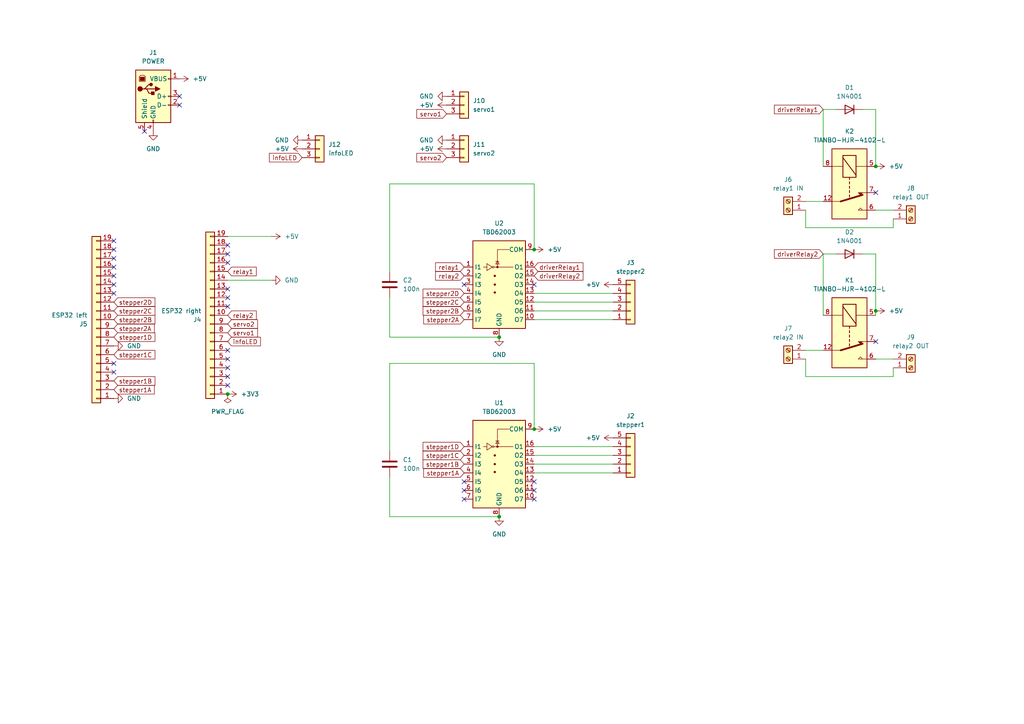
<source format=kicad_sch>
(kicad_sch (version 20211123) (generator eeschema)

  (uuid 9538e4ed-27e6-4c37-b989-9859dc0d49e8)

  (paper "A4")

  (lib_symbols
    (symbol "Connector:Screw_Terminal_01x02" (pin_names (offset 1.016) hide) (in_bom yes) (on_board yes)
      (property "Reference" "J" (id 0) (at 0 2.54 0)
        (effects (font (size 1.27 1.27)))
      )
      (property "Value" "Screw_Terminal_01x02" (id 1) (at 0 -5.08 0)
        (effects (font (size 1.27 1.27)))
      )
      (property "Footprint" "" (id 2) (at 0 0 0)
        (effects (font (size 1.27 1.27)) hide)
      )
      (property "Datasheet" "~" (id 3) (at 0 0 0)
        (effects (font (size 1.27 1.27)) hide)
      )
      (property "ki_keywords" "screw terminal" (id 4) (at 0 0 0)
        (effects (font (size 1.27 1.27)) hide)
      )
      (property "ki_description" "Generic screw terminal, single row, 01x02, script generated (kicad-library-utils/schlib/autogen/connector/)" (id 5) (at 0 0 0)
        (effects (font (size 1.27 1.27)) hide)
      )
      (property "ki_fp_filters" "TerminalBlock*:*" (id 6) (at 0 0 0)
        (effects (font (size 1.27 1.27)) hide)
      )
      (symbol "Screw_Terminal_01x02_1_1"
        (rectangle (start -1.27 1.27) (end 1.27 -3.81)
          (stroke (width 0.254) (type default) (color 0 0 0 0))
          (fill (type background))
        )
        (circle (center 0 -2.54) (radius 0.635)
          (stroke (width 0.1524) (type default) (color 0 0 0 0))
          (fill (type none))
        )
        (polyline
          (pts
            (xy -0.5334 -2.2098)
            (xy 0.3302 -3.048)
          )
          (stroke (width 0.1524) (type default) (color 0 0 0 0))
          (fill (type none))
        )
        (polyline
          (pts
            (xy -0.5334 0.3302)
            (xy 0.3302 -0.508)
          )
          (stroke (width 0.1524) (type default) (color 0 0 0 0))
          (fill (type none))
        )
        (polyline
          (pts
            (xy -0.3556 -2.032)
            (xy 0.508 -2.8702)
          )
          (stroke (width 0.1524) (type default) (color 0 0 0 0))
          (fill (type none))
        )
        (polyline
          (pts
            (xy -0.3556 0.508)
            (xy 0.508 -0.3302)
          )
          (stroke (width 0.1524) (type default) (color 0 0 0 0))
          (fill (type none))
        )
        (circle (center 0 0) (radius 0.635)
          (stroke (width 0.1524) (type default) (color 0 0 0 0))
          (fill (type none))
        )
        (pin passive line (at -5.08 0 0) (length 3.81)
          (name "Pin_1" (effects (font (size 1.27 1.27))))
          (number "1" (effects (font (size 1.27 1.27))))
        )
        (pin passive line (at -5.08 -2.54 0) (length 3.81)
          (name "Pin_2" (effects (font (size 1.27 1.27))))
          (number "2" (effects (font (size 1.27 1.27))))
        )
      )
    )
    (symbol "Connector:USB_B" (pin_names (offset 1.016)) (in_bom yes) (on_board yes)
      (property "Reference" "J" (id 0) (at -5.08 11.43 0)
        (effects (font (size 1.27 1.27)) (justify left))
      )
      (property "Value" "USB_B" (id 1) (at -5.08 8.89 0)
        (effects (font (size 1.27 1.27)) (justify left))
      )
      (property "Footprint" "" (id 2) (at 3.81 -1.27 0)
        (effects (font (size 1.27 1.27)) hide)
      )
      (property "Datasheet" " ~" (id 3) (at 3.81 -1.27 0)
        (effects (font (size 1.27 1.27)) hide)
      )
      (property "ki_keywords" "connector USB" (id 4) (at 0 0 0)
        (effects (font (size 1.27 1.27)) hide)
      )
      (property "ki_description" "USB Type B connector" (id 5) (at 0 0 0)
        (effects (font (size 1.27 1.27)) hide)
      )
      (property "ki_fp_filters" "USB*" (id 6) (at 0 0 0)
        (effects (font (size 1.27 1.27)) hide)
      )
      (symbol "USB_B_0_1"
        (rectangle (start -5.08 -7.62) (end 5.08 7.62)
          (stroke (width 0.254) (type default) (color 0 0 0 0))
          (fill (type background))
        )
        (circle (center -3.81 2.159) (radius 0.635)
          (stroke (width 0.254) (type default) (color 0 0 0 0))
          (fill (type outline))
        )
        (rectangle (start -3.81 5.588) (end -2.54 4.572)
          (stroke (width 0) (type default) (color 0 0 0 0))
          (fill (type outline))
        )
        (circle (center -0.635 3.429) (radius 0.381)
          (stroke (width 0.254) (type default) (color 0 0 0 0))
          (fill (type outline))
        )
        (rectangle (start -0.127 -7.62) (end 0.127 -6.858)
          (stroke (width 0) (type default) (color 0 0 0 0))
          (fill (type none))
        )
        (polyline
          (pts
            (xy -1.905 2.159)
            (xy 0.635 2.159)
          )
          (stroke (width 0.254) (type default) (color 0 0 0 0))
          (fill (type none))
        )
        (polyline
          (pts
            (xy -3.175 2.159)
            (xy -2.54 2.159)
            (xy -1.27 3.429)
            (xy -0.635 3.429)
          )
          (stroke (width 0.254) (type default) (color 0 0 0 0))
          (fill (type none))
        )
        (polyline
          (pts
            (xy -2.54 2.159)
            (xy -1.905 2.159)
            (xy -1.27 0.889)
            (xy 0 0.889)
          )
          (stroke (width 0.254) (type default) (color 0 0 0 0))
          (fill (type none))
        )
        (polyline
          (pts
            (xy 0.635 2.794)
            (xy 0.635 1.524)
            (xy 1.905 2.159)
            (xy 0.635 2.794)
          )
          (stroke (width 0.254) (type default) (color 0 0 0 0))
          (fill (type outline))
        )
        (polyline
          (pts
            (xy -4.064 4.318)
            (xy -2.286 4.318)
            (xy -2.286 5.715)
            (xy -2.667 6.096)
            (xy -3.683 6.096)
            (xy -4.064 5.715)
            (xy -4.064 4.318)
          )
          (stroke (width 0) (type default) (color 0 0 0 0))
          (fill (type none))
        )
        (rectangle (start 0.254 1.27) (end -0.508 0.508)
          (stroke (width 0.254) (type default) (color 0 0 0 0))
          (fill (type outline))
        )
        (rectangle (start 5.08 -2.667) (end 4.318 -2.413)
          (stroke (width 0) (type default) (color 0 0 0 0))
          (fill (type none))
        )
        (rectangle (start 5.08 -0.127) (end 4.318 0.127)
          (stroke (width 0) (type default) (color 0 0 0 0))
          (fill (type none))
        )
        (rectangle (start 5.08 4.953) (end 4.318 5.207)
          (stroke (width 0) (type default) (color 0 0 0 0))
          (fill (type none))
        )
      )
      (symbol "USB_B_1_1"
        (pin power_out line (at 7.62 5.08 180) (length 2.54)
          (name "VBUS" (effects (font (size 1.27 1.27))))
          (number "1" (effects (font (size 1.27 1.27))))
        )
        (pin bidirectional line (at 7.62 -2.54 180) (length 2.54)
          (name "D-" (effects (font (size 1.27 1.27))))
          (number "2" (effects (font (size 1.27 1.27))))
        )
        (pin bidirectional line (at 7.62 0 180) (length 2.54)
          (name "D+" (effects (font (size 1.27 1.27))))
          (number "3" (effects (font (size 1.27 1.27))))
        )
        (pin power_out line (at 0 -10.16 90) (length 2.54)
          (name "GND" (effects (font (size 1.27 1.27))))
          (number "4" (effects (font (size 1.27 1.27))))
        )
        (pin passive line (at -2.54 -10.16 90) (length 2.54)
          (name "Shield" (effects (font (size 1.27 1.27))))
          (number "5" (effects (font (size 1.27 1.27))))
        )
      )
    )
    (symbol "Connector_Generic:Conn_01x03" (pin_names (offset 1.016) hide) (in_bom yes) (on_board yes)
      (property "Reference" "J" (id 0) (at 0 5.08 0)
        (effects (font (size 1.27 1.27)))
      )
      (property "Value" "Conn_01x03" (id 1) (at 0 -5.08 0)
        (effects (font (size 1.27 1.27)))
      )
      (property "Footprint" "" (id 2) (at 0 0 0)
        (effects (font (size 1.27 1.27)) hide)
      )
      (property "Datasheet" "~" (id 3) (at 0 0 0)
        (effects (font (size 1.27 1.27)) hide)
      )
      (property "ki_keywords" "connector" (id 4) (at 0 0 0)
        (effects (font (size 1.27 1.27)) hide)
      )
      (property "ki_description" "Generic connector, single row, 01x03, script generated (kicad-library-utils/schlib/autogen/connector/)" (id 5) (at 0 0 0)
        (effects (font (size 1.27 1.27)) hide)
      )
      (property "ki_fp_filters" "Connector*:*_1x??_*" (id 6) (at 0 0 0)
        (effects (font (size 1.27 1.27)) hide)
      )
      (symbol "Conn_01x03_1_1"
        (rectangle (start -1.27 -2.413) (end 0 -2.667)
          (stroke (width 0.1524) (type default) (color 0 0 0 0))
          (fill (type none))
        )
        (rectangle (start -1.27 0.127) (end 0 -0.127)
          (stroke (width 0.1524) (type default) (color 0 0 0 0))
          (fill (type none))
        )
        (rectangle (start -1.27 2.667) (end 0 2.413)
          (stroke (width 0.1524) (type default) (color 0 0 0 0))
          (fill (type none))
        )
        (rectangle (start -1.27 3.81) (end 1.27 -3.81)
          (stroke (width 0.254) (type default) (color 0 0 0 0))
          (fill (type background))
        )
        (pin passive line (at -5.08 2.54 0) (length 3.81)
          (name "Pin_1" (effects (font (size 1.27 1.27))))
          (number "1" (effects (font (size 1.27 1.27))))
        )
        (pin passive line (at -5.08 0 0) (length 3.81)
          (name "Pin_2" (effects (font (size 1.27 1.27))))
          (number "2" (effects (font (size 1.27 1.27))))
        )
        (pin passive line (at -5.08 -2.54 0) (length 3.81)
          (name "Pin_3" (effects (font (size 1.27 1.27))))
          (number "3" (effects (font (size 1.27 1.27))))
        )
      )
    )
    (symbol "Connector_Generic:Conn_01x05" (pin_names (offset 1.016) hide) (in_bom yes) (on_board yes)
      (property "Reference" "J" (id 0) (at 0 7.62 0)
        (effects (font (size 1.27 1.27)))
      )
      (property "Value" "Conn_01x05" (id 1) (at 0 -7.62 0)
        (effects (font (size 1.27 1.27)))
      )
      (property "Footprint" "" (id 2) (at 0 0 0)
        (effects (font (size 1.27 1.27)) hide)
      )
      (property "Datasheet" "~" (id 3) (at 0 0 0)
        (effects (font (size 1.27 1.27)) hide)
      )
      (property "ki_keywords" "connector" (id 4) (at 0 0 0)
        (effects (font (size 1.27 1.27)) hide)
      )
      (property "ki_description" "Generic connector, single row, 01x05, script generated (kicad-library-utils/schlib/autogen/connector/)" (id 5) (at 0 0 0)
        (effects (font (size 1.27 1.27)) hide)
      )
      (property "ki_fp_filters" "Connector*:*_1x??_*" (id 6) (at 0 0 0)
        (effects (font (size 1.27 1.27)) hide)
      )
      (symbol "Conn_01x05_1_1"
        (rectangle (start -1.27 -4.953) (end 0 -5.207)
          (stroke (width 0.1524) (type default) (color 0 0 0 0))
          (fill (type none))
        )
        (rectangle (start -1.27 -2.413) (end 0 -2.667)
          (stroke (width 0.1524) (type default) (color 0 0 0 0))
          (fill (type none))
        )
        (rectangle (start -1.27 0.127) (end 0 -0.127)
          (stroke (width 0.1524) (type default) (color 0 0 0 0))
          (fill (type none))
        )
        (rectangle (start -1.27 2.667) (end 0 2.413)
          (stroke (width 0.1524) (type default) (color 0 0 0 0))
          (fill (type none))
        )
        (rectangle (start -1.27 5.207) (end 0 4.953)
          (stroke (width 0.1524) (type default) (color 0 0 0 0))
          (fill (type none))
        )
        (rectangle (start -1.27 6.35) (end 1.27 -6.35)
          (stroke (width 0.254) (type default) (color 0 0 0 0))
          (fill (type background))
        )
        (pin passive line (at -5.08 5.08 0) (length 3.81)
          (name "Pin_1" (effects (font (size 1.27 1.27))))
          (number "1" (effects (font (size 1.27 1.27))))
        )
        (pin passive line (at -5.08 2.54 0) (length 3.81)
          (name "Pin_2" (effects (font (size 1.27 1.27))))
          (number "2" (effects (font (size 1.27 1.27))))
        )
        (pin passive line (at -5.08 0 0) (length 3.81)
          (name "Pin_3" (effects (font (size 1.27 1.27))))
          (number "3" (effects (font (size 1.27 1.27))))
        )
        (pin passive line (at -5.08 -2.54 0) (length 3.81)
          (name "Pin_4" (effects (font (size 1.27 1.27))))
          (number "4" (effects (font (size 1.27 1.27))))
        )
        (pin passive line (at -5.08 -5.08 0) (length 3.81)
          (name "Pin_5" (effects (font (size 1.27 1.27))))
          (number "5" (effects (font (size 1.27 1.27))))
        )
      )
    )
    (symbol "Connector_Generic:Conn_01x19" (pin_names (offset 1.016) hide) (in_bom yes) (on_board yes)
      (property "Reference" "J" (id 0) (at 0 25.4 0)
        (effects (font (size 1.27 1.27)))
      )
      (property "Value" "Conn_01x19" (id 1) (at 0 -25.4 0)
        (effects (font (size 1.27 1.27)))
      )
      (property "Footprint" "" (id 2) (at 0 0 0)
        (effects (font (size 1.27 1.27)) hide)
      )
      (property "Datasheet" "~" (id 3) (at 0 0 0)
        (effects (font (size 1.27 1.27)) hide)
      )
      (property "ki_keywords" "connector" (id 4) (at 0 0 0)
        (effects (font (size 1.27 1.27)) hide)
      )
      (property "ki_description" "Generic connector, single row, 01x19, script generated (kicad-library-utils/schlib/autogen/connector/)" (id 5) (at 0 0 0)
        (effects (font (size 1.27 1.27)) hide)
      )
      (property "ki_fp_filters" "Connector*:*_1x??_*" (id 6) (at 0 0 0)
        (effects (font (size 1.27 1.27)) hide)
      )
      (symbol "Conn_01x19_1_1"
        (rectangle (start -1.27 -22.733) (end 0 -22.987)
          (stroke (width 0.1524) (type default) (color 0 0 0 0))
          (fill (type none))
        )
        (rectangle (start -1.27 -20.193) (end 0 -20.447)
          (stroke (width 0.1524) (type default) (color 0 0 0 0))
          (fill (type none))
        )
        (rectangle (start -1.27 -17.653) (end 0 -17.907)
          (stroke (width 0.1524) (type default) (color 0 0 0 0))
          (fill (type none))
        )
        (rectangle (start -1.27 -15.113) (end 0 -15.367)
          (stroke (width 0.1524) (type default) (color 0 0 0 0))
          (fill (type none))
        )
        (rectangle (start -1.27 -12.573) (end 0 -12.827)
          (stroke (width 0.1524) (type default) (color 0 0 0 0))
          (fill (type none))
        )
        (rectangle (start -1.27 -10.033) (end 0 -10.287)
          (stroke (width 0.1524) (type default) (color 0 0 0 0))
          (fill (type none))
        )
        (rectangle (start -1.27 -7.493) (end 0 -7.747)
          (stroke (width 0.1524) (type default) (color 0 0 0 0))
          (fill (type none))
        )
        (rectangle (start -1.27 -4.953) (end 0 -5.207)
          (stroke (width 0.1524) (type default) (color 0 0 0 0))
          (fill (type none))
        )
        (rectangle (start -1.27 -2.413) (end 0 -2.667)
          (stroke (width 0.1524) (type default) (color 0 0 0 0))
          (fill (type none))
        )
        (rectangle (start -1.27 0.127) (end 0 -0.127)
          (stroke (width 0.1524) (type default) (color 0 0 0 0))
          (fill (type none))
        )
        (rectangle (start -1.27 2.667) (end 0 2.413)
          (stroke (width 0.1524) (type default) (color 0 0 0 0))
          (fill (type none))
        )
        (rectangle (start -1.27 5.207) (end 0 4.953)
          (stroke (width 0.1524) (type default) (color 0 0 0 0))
          (fill (type none))
        )
        (rectangle (start -1.27 7.747) (end 0 7.493)
          (stroke (width 0.1524) (type default) (color 0 0 0 0))
          (fill (type none))
        )
        (rectangle (start -1.27 10.287) (end 0 10.033)
          (stroke (width 0.1524) (type default) (color 0 0 0 0))
          (fill (type none))
        )
        (rectangle (start -1.27 12.827) (end 0 12.573)
          (stroke (width 0.1524) (type default) (color 0 0 0 0))
          (fill (type none))
        )
        (rectangle (start -1.27 15.367) (end 0 15.113)
          (stroke (width 0.1524) (type default) (color 0 0 0 0))
          (fill (type none))
        )
        (rectangle (start -1.27 17.907) (end 0 17.653)
          (stroke (width 0.1524) (type default) (color 0 0 0 0))
          (fill (type none))
        )
        (rectangle (start -1.27 20.447) (end 0 20.193)
          (stroke (width 0.1524) (type default) (color 0 0 0 0))
          (fill (type none))
        )
        (rectangle (start -1.27 22.987) (end 0 22.733)
          (stroke (width 0.1524) (type default) (color 0 0 0 0))
          (fill (type none))
        )
        (rectangle (start -1.27 24.13) (end 1.27 -24.13)
          (stroke (width 0.254) (type default) (color 0 0 0 0))
          (fill (type background))
        )
        (pin passive line (at -5.08 22.86 0) (length 3.81)
          (name "Pin_1" (effects (font (size 1.27 1.27))))
          (number "1" (effects (font (size 1.27 1.27))))
        )
        (pin passive line (at -5.08 0 0) (length 3.81)
          (name "Pin_10" (effects (font (size 1.27 1.27))))
          (number "10" (effects (font (size 1.27 1.27))))
        )
        (pin passive line (at -5.08 -2.54 0) (length 3.81)
          (name "Pin_11" (effects (font (size 1.27 1.27))))
          (number "11" (effects (font (size 1.27 1.27))))
        )
        (pin passive line (at -5.08 -5.08 0) (length 3.81)
          (name "Pin_12" (effects (font (size 1.27 1.27))))
          (number "12" (effects (font (size 1.27 1.27))))
        )
        (pin passive line (at -5.08 -7.62 0) (length 3.81)
          (name "Pin_13" (effects (font (size 1.27 1.27))))
          (number "13" (effects (font (size 1.27 1.27))))
        )
        (pin passive line (at -5.08 -10.16 0) (length 3.81)
          (name "Pin_14" (effects (font (size 1.27 1.27))))
          (number "14" (effects (font (size 1.27 1.27))))
        )
        (pin passive line (at -5.08 -12.7 0) (length 3.81)
          (name "Pin_15" (effects (font (size 1.27 1.27))))
          (number "15" (effects (font (size 1.27 1.27))))
        )
        (pin passive line (at -5.08 -15.24 0) (length 3.81)
          (name "Pin_16" (effects (font (size 1.27 1.27))))
          (number "16" (effects (font (size 1.27 1.27))))
        )
        (pin passive line (at -5.08 -17.78 0) (length 3.81)
          (name "Pin_17" (effects (font (size 1.27 1.27))))
          (number "17" (effects (font (size 1.27 1.27))))
        )
        (pin passive line (at -5.08 -20.32 0) (length 3.81)
          (name "Pin_18" (effects (font (size 1.27 1.27))))
          (number "18" (effects (font (size 1.27 1.27))))
        )
        (pin passive line (at -5.08 -22.86 0) (length 3.81)
          (name "Pin_19" (effects (font (size 1.27 1.27))))
          (number "19" (effects (font (size 1.27 1.27))))
        )
        (pin passive line (at -5.08 20.32 0) (length 3.81)
          (name "Pin_2" (effects (font (size 1.27 1.27))))
          (number "2" (effects (font (size 1.27 1.27))))
        )
        (pin passive line (at -5.08 17.78 0) (length 3.81)
          (name "Pin_3" (effects (font (size 1.27 1.27))))
          (number "3" (effects (font (size 1.27 1.27))))
        )
        (pin passive line (at -5.08 15.24 0) (length 3.81)
          (name "Pin_4" (effects (font (size 1.27 1.27))))
          (number "4" (effects (font (size 1.27 1.27))))
        )
        (pin passive line (at -5.08 12.7 0) (length 3.81)
          (name "Pin_5" (effects (font (size 1.27 1.27))))
          (number "5" (effects (font (size 1.27 1.27))))
        )
        (pin passive line (at -5.08 10.16 0) (length 3.81)
          (name "Pin_6" (effects (font (size 1.27 1.27))))
          (number "6" (effects (font (size 1.27 1.27))))
        )
        (pin passive line (at -5.08 7.62 0) (length 3.81)
          (name "Pin_7" (effects (font (size 1.27 1.27))))
          (number "7" (effects (font (size 1.27 1.27))))
        )
        (pin passive line (at -5.08 5.08 0) (length 3.81)
          (name "Pin_8" (effects (font (size 1.27 1.27))))
          (number "8" (effects (font (size 1.27 1.27))))
        )
        (pin passive line (at -5.08 2.54 0) (length 3.81)
          (name "Pin_9" (effects (font (size 1.27 1.27))))
          (number "9" (effects (font (size 1.27 1.27))))
        )
      )
    )
    (symbol "Device:C" (pin_numbers hide) (pin_names (offset 0.254)) (in_bom yes) (on_board yes)
      (property "Reference" "C" (id 0) (at 0.635 2.54 0)
        (effects (font (size 1.27 1.27)) (justify left))
      )
      (property "Value" "C" (id 1) (at 0.635 -2.54 0)
        (effects (font (size 1.27 1.27)) (justify left))
      )
      (property "Footprint" "" (id 2) (at 0.9652 -3.81 0)
        (effects (font (size 1.27 1.27)) hide)
      )
      (property "Datasheet" "~" (id 3) (at 0 0 0)
        (effects (font (size 1.27 1.27)) hide)
      )
      (property "ki_keywords" "cap capacitor" (id 4) (at 0 0 0)
        (effects (font (size 1.27 1.27)) hide)
      )
      (property "ki_description" "Unpolarized capacitor" (id 5) (at 0 0 0)
        (effects (font (size 1.27 1.27)) hide)
      )
      (property "ki_fp_filters" "C_*" (id 6) (at 0 0 0)
        (effects (font (size 1.27 1.27)) hide)
      )
      (symbol "C_0_1"
        (polyline
          (pts
            (xy -2.032 -0.762)
            (xy 2.032 -0.762)
          )
          (stroke (width 0.508) (type default) (color 0 0 0 0))
          (fill (type none))
        )
        (polyline
          (pts
            (xy -2.032 0.762)
            (xy 2.032 0.762)
          )
          (stroke (width 0.508) (type default) (color 0 0 0 0))
          (fill (type none))
        )
      )
      (symbol "C_1_1"
        (pin passive line (at 0 3.81 270) (length 2.794)
          (name "~" (effects (font (size 1.27 1.27))))
          (number "1" (effects (font (size 1.27 1.27))))
        )
        (pin passive line (at 0 -3.81 90) (length 2.794)
          (name "~" (effects (font (size 1.27 1.27))))
          (number "2" (effects (font (size 1.27 1.27))))
        )
      )
    )
    (symbol "Diode:1N4001" (pin_numbers hide) (pin_names (offset 1.016) hide) (in_bom yes) (on_board yes)
      (property "Reference" "D" (id 0) (at 0 2.54 0)
        (effects (font (size 1.27 1.27)))
      )
      (property "Value" "1N4001" (id 1) (at 0 -2.54 0)
        (effects (font (size 1.27 1.27)))
      )
      (property "Footprint" "Diode_THT:D_DO-41_SOD81_P10.16mm_Horizontal" (id 2) (at 0 -4.445 0)
        (effects (font (size 1.27 1.27)) hide)
      )
      (property "Datasheet" "http://www.vishay.com/docs/88503/1n4001.pdf" (id 3) (at 0 0 0)
        (effects (font (size 1.27 1.27)) hide)
      )
      (property "ki_keywords" "diode" (id 4) (at 0 0 0)
        (effects (font (size 1.27 1.27)) hide)
      )
      (property "ki_description" "50V 1A General Purpose Rectifier Diode, DO-41" (id 5) (at 0 0 0)
        (effects (font (size 1.27 1.27)) hide)
      )
      (property "ki_fp_filters" "D*DO?41*" (id 6) (at 0 0 0)
        (effects (font (size 1.27 1.27)) hide)
      )
      (symbol "1N4001_0_1"
        (polyline
          (pts
            (xy -1.27 1.27)
            (xy -1.27 -1.27)
          )
          (stroke (width 0.254) (type default) (color 0 0 0 0))
          (fill (type none))
        )
        (polyline
          (pts
            (xy 1.27 0)
            (xy -1.27 0)
          )
          (stroke (width 0) (type default) (color 0 0 0 0))
          (fill (type none))
        )
        (polyline
          (pts
            (xy 1.27 1.27)
            (xy 1.27 -1.27)
            (xy -1.27 0)
            (xy 1.27 1.27)
          )
          (stroke (width 0.254) (type default) (color 0 0 0 0))
          (fill (type none))
        )
      )
      (symbol "1N4001_1_1"
        (pin passive line (at -3.81 0 0) (length 2.54)
          (name "K" (effects (font (size 1.27 1.27))))
          (number "1" (effects (font (size 1.27 1.27))))
        )
        (pin passive line (at 3.81 0 180) (length 2.54)
          (name "A" (effects (font (size 1.27 1.27))))
          (number "2" (effects (font (size 1.27 1.27))))
        )
      )
    )
    (symbol "Relay:TIANBO-HJR-4102-L" (in_bom yes) (on_board yes)
      (property "Reference" "K" (id 0) (at 11.43 3.81 0)
        (effects (font (size 1.27 1.27)) (justify left))
      )
      (property "Value" "TIANBO-HJR-4102-L" (id 1) (at 11.43 1.27 0)
        (effects (font (size 1.27 1.27)) (justify left))
      )
      (property "Footprint" "Relay_THT:Relay_SPDT_HJR-4102" (id 2) (at 27.94 -1.27 0)
        (effects (font (size 1.27 1.27)) hide)
      )
      (property "Datasheet" "https://cdn-reichelt.de/documents/datenblatt/C300/DS_HJR4102E.pdf" (id 3) (at 0 0 0)
        (effects (font (size 1.27 1.27)) hide)
      )
      (property "ki_keywords" "Single Pole Relay" (id 4) (at 0 0 0)
        (effects (font (size 1.27 1.27)) hide)
      )
      (property "ki_description" "TIANBO HJR-4102-L, Single Pole Relay, 5mm Pitch, 3A" (id 5) (at 0 0 0)
        (effects (font (size 1.27 1.27)) hide)
      )
      (property "ki_fp_filters" "Relay*HJR?4102*" (id 6) (at 0 0 0)
        (effects (font (size 1.27 1.27)) hide)
      )
      (symbol "TIANBO-HJR-4102-L_0_0"
        (polyline
          (pts
            (xy 7.62 5.08)
            (xy 7.62 2.54)
            (xy 6.985 3.175)
            (xy 7.62 3.81)
          )
          (stroke (width 0) (type default) (color 0 0 0 0))
          (fill (type none))
        )
      )
      (symbol "TIANBO-HJR-4102-L_0_1"
        (rectangle (start -10.16 5.08) (end 10.16 -5.08)
          (stroke (width 0.254) (type default) (color 0 0 0 0))
          (fill (type background))
        )
        (rectangle (start -8.255 1.905) (end -1.905 -1.905)
          (stroke (width 0.254) (type default) (color 0 0 0 0))
          (fill (type none))
        )
        (polyline
          (pts
            (xy -7.62 -1.905)
            (xy -2.54 1.905)
          )
          (stroke (width 0.254) (type default) (color 0 0 0 0))
          (fill (type none))
        )
        (polyline
          (pts
            (xy -5.08 -5.08)
            (xy -5.08 -1.905)
          )
          (stroke (width 0) (type default) (color 0 0 0 0))
          (fill (type none))
        )
        (polyline
          (pts
            (xy -5.08 5.08)
            (xy -5.08 1.905)
          )
          (stroke (width 0) (type default) (color 0 0 0 0))
          (fill (type none))
        )
        (polyline
          (pts
            (xy -1.905 0)
            (xy -1.27 0)
          )
          (stroke (width 0.254) (type default) (color 0 0 0 0))
          (fill (type none))
        )
        (polyline
          (pts
            (xy -0.635 0)
            (xy 0 0)
          )
          (stroke (width 0.254) (type default) (color 0 0 0 0))
          (fill (type none))
        )
        (polyline
          (pts
            (xy 0.635 0)
            (xy 1.27 0)
          )
          (stroke (width 0.254) (type default) (color 0 0 0 0))
          (fill (type none))
        )
        (polyline
          (pts
            (xy 1.905 0)
            (xy 2.54 0)
          )
          (stroke (width 0.254) (type default) (color 0 0 0 0))
          (fill (type none))
        )
        (polyline
          (pts
            (xy 3.175 0)
            (xy 3.81 0)
          )
          (stroke (width 0.254) (type default) (color 0 0 0 0))
          (fill (type none))
        )
        (polyline
          (pts
            (xy 5.08 -2.54)
            (xy 3.175 3.81)
          )
          (stroke (width 0.508) (type default) (color 0 0 0 0))
          (fill (type none))
        )
        (polyline
          (pts
            (xy 5.08 -2.54)
            (xy 5.08 -5.08)
          )
          (stroke (width 0) (type default) (color 0 0 0 0))
          (fill (type none))
        )
        (polyline
          (pts
            (xy 2.54 5.08)
            (xy 2.54 2.54)
            (xy 3.175 3.175)
            (xy 2.54 3.81)
          )
          (stroke (width 0) (type default) (color 0 0 0 0))
          (fill (type outline))
        )
      )
      (symbol "TIANBO-HJR-4102-L_1_1"
        (pin passive line (at 5.08 -7.62 90) (length 2.54)
          (name "~" (effects (font (size 1.27 1.27))))
          (number "12" (effects (font (size 1.27 1.27))))
        )
        (pin passive line (at -5.08 7.62 270) (length 2.54)
          (name "~" (effects (font (size 1.27 1.27))))
          (number "5" (effects (font (size 1.27 1.27))))
        )
        (pin passive line (at 7.62 7.62 270) (length 2.54)
          (name "~" (effects (font (size 1.27 1.27))))
          (number "6" (effects (font (size 1.27 1.27))))
        )
        (pin passive line (at 2.54 7.62 270) (length 2.54)
          (name "~" (effects (font (size 1.27 1.27))))
          (number "7" (effects (font (size 1.27 1.27))))
        )
        (pin passive line (at -5.08 -7.62 90) (length 2.54)
          (name "~" (effects (font (size 1.27 1.27))))
          (number "8" (effects (font (size 1.27 1.27))))
        )
      )
    )
    (symbol "Transistor_Array:ULN2003A" (in_bom yes) (on_board yes)
      (property "Reference" "U" (id 0) (at 0 15.875 0)
        (effects (font (size 1.27 1.27)))
      )
      (property "Value" "ULN2003A" (id 1) (at 0 13.97 0)
        (effects (font (size 1.27 1.27)))
      )
      (property "Footprint" "" (id 2) (at 1.27 -13.97 0)
        (effects (font (size 1.27 1.27)) (justify left) hide)
      )
      (property "Datasheet" "http://www.ti.com/lit/ds/symlink/uln2003a.pdf" (id 3) (at 2.54 -5.08 0)
        (effects (font (size 1.27 1.27)) hide)
      )
      (property "ki_keywords" "darlington transistor array" (id 4) (at 0 0 0)
        (effects (font (size 1.27 1.27)) hide)
      )
      (property "ki_description" "High Voltage, High Current Darlington Transistor Arrays, SOIC16/SOIC16W/DIP16/TSSOP16" (id 5) (at 0 0 0)
        (effects (font (size 1.27 1.27)) hide)
      )
      (property "ki_fp_filters" "DIP*W7.62mm* SOIC*3.9x9.9mm*P1.27mm* SSOP*4.4x5.2mm*P0.65mm* TSSOP*4.4x5mm*P0.65mm* SOIC*W*5.3x10.2mm*P1.27mm*" (id 6) (at 0 0 0)
        (effects (font (size 1.27 1.27)) hide)
      )
      (symbol "ULN2003A_0_1"
        (rectangle (start -7.62 -12.7) (end 7.62 12.7)
          (stroke (width 0.254) (type default) (color 0 0 0 0))
          (fill (type background))
        )
        (circle (center -1.778 5.08) (radius 0.254)
          (stroke (width 0) (type default) (color 0 0 0 0))
          (fill (type none))
        )
        (circle (center -1.27 -2.286) (radius 0.254)
          (stroke (width 0) (type default) (color 0 0 0 0))
          (fill (type outline))
        )
        (circle (center -1.27 0) (radius 0.254)
          (stroke (width 0) (type default) (color 0 0 0 0))
          (fill (type outline))
        )
        (circle (center -1.27 2.54) (radius 0.254)
          (stroke (width 0) (type default) (color 0 0 0 0))
          (fill (type outline))
        )
        (circle (center -0.508 5.08) (radius 0.254)
          (stroke (width 0) (type default) (color 0 0 0 0))
          (fill (type outline))
        )
        (polyline
          (pts
            (xy -4.572 5.08)
            (xy -3.556 5.08)
          )
          (stroke (width 0) (type default) (color 0 0 0 0))
          (fill (type none))
        )
        (polyline
          (pts
            (xy -1.524 5.08)
            (xy 4.064 5.08)
          )
          (stroke (width 0) (type default) (color 0 0 0 0))
          (fill (type none))
        )
        (polyline
          (pts
            (xy 0 6.731)
            (xy -1.016 6.731)
          )
          (stroke (width 0) (type default) (color 0 0 0 0))
          (fill (type none))
        )
        (polyline
          (pts
            (xy -0.508 5.08)
            (xy -0.508 10.16)
            (xy 2.921 10.16)
          )
          (stroke (width 0) (type default) (color 0 0 0 0))
          (fill (type none))
        )
        (polyline
          (pts
            (xy -3.556 6.096)
            (xy -3.556 4.064)
            (xy -2.032 5.08)
            (xy -3.556 6.096)
          )
          (stroke (width 0) (type default) (color 0 0 0 0))
          (fill (type none))
        )
        (polyline
          (pts
            (xy 0 5.969)
            (xy -1.016 5.969)
            (xy -0.508 6.731)
            (xy 0 5.969)
          )
          (stroke (width 0) (type default) (color 0 0 0 0))
          (fill (type none))
        )
      )
      (symbol "ULN2003A_1_1"
        (pin input line (at -10.16 5.08 0) (length 2.54)
          (name "I1" (effects (font (size 1.27 1.27))))
          (number "1" (effects (font (size 1.27 1.27))))
        )
        (pin open_collector line (at 10.16 -10.16 180) (length 2.54)
          (name "O7" (effects (font (size 1.27 1.27))))
          (number "10" (effects (font (size 1.27 1.27))))
        )
        (pin open_collector line (at 10.16 -7.62 180) (length 2.54)
          (name "O6" (effects (font (size 1.27 1.27))))
          (number "11" (effects (font (size 1.27 1.27))))
        )
        (pin open_collector line (at 10.16 -5.08 180) (length 2.54)
          (name "O5" (effects (font (size 1.27 1.27))))
          (number "12" (effects (font (size 1.27 1.27))))
        )
        (pin open_collector line (at 10.16 -2.54 180) (length 2.54)
          (name "O4" (effects (font (size 1.27 1.27))))
          (number "13" (effects (font (size 1.27 1.27))))
        )
        (pin open_collector line (at 10.16 0 180) (length 2.54)
          (name "O3" (effects (font (size 1.27 1.27))))
          (number "14" (effects (font (size 1.27 1.27))))
        )
        (pin open_collector line (at 10.16 2.54 180) (length 2.54)
          (name "O2" (effects (font (size 1.27 1.27))))
          (number "15" (effects (font (size 1.27 1.27))))
        )
        (pin open_collector line (at 10.16 5.08 180) (length 2.54)
          (name "O1" (effects (font (size 1.27 1.27))))
          (number "16" (effects (font (size 1.27 1.27))))
        )
        (pin input line (at -10.16 2.54 0) (length 2.54)
          (name "I2" (effects (font (size 1.27 1.27))))
          (number "2" (effects (font (size 1.27 1.27))))
        )
        (pin input line (at -10.16 0 0) (length 2.54)
          (name "I3" (effects (font (size 1.27 1.27))))
          (number "3" (effects (font (size 1.27 1.27))))
        )
        (pin input line (at -10.16 -2.54 0) (length 2.54)
          (name "I4" (effects (font (size 1.27 1.27))))
          (number "4" (effects (font (size 1.27 1.27))))
        )
        (pin input line (at -10.16 -5.08 0) (length 2.54)
          (name "I5" (effects (font (size 1.27 1.27))))
          (number "5" (effects (font (size 1.27 1.27))))
        )
        (pin input line (at -10.16 -7.62 0) (length 2.54)
          (name "I6" (effects (font (size 1.27 1.27))))
          (number "6" (effects (font (size 1.27 1.27))))
        )
        (pin input line (at -10.16 -10.16 0) (length 2.54)
          (name "I7" (effects (font (size 1.27 1.27))))
          (number "7" (effects (font (size 1.27 1.27))))
        )
        (pin power_in line (at 0 -15.24 90) (length 2.54)
          (name "GND" (effects (font (size 1.27 1.27))))
          (number "8" (effects (font (size 1.27 1.27))))
        )
        (pin passive line (at 10.16 10.16 180) (length 2.54)
          (name "COM" (effects (font (size 1.27 1.27))))
          (number "9" (effects (font (size 1.27 1.27))))
        )
      )
    )
    (symbol "power:+3V3" (power) (pin_names (offset 0)) (in_bom yes) (on_board yes)
      (property "Reference" "#PWR" (id 0) (at 0 -3.81 0)
        (effects (font (size 1.27 1.27)) hide)
      )
      (property "Value" "+3V3" (id 1) (at 0 3.556 0)
        (effects (font (size 1.27 1.27)))
      )
      (property "Footprint" "" (id 2) (at 0 0 0)
        (effects (font (size 1.27 1.27)) hide)
      )
      (property "Datasheet" "" (id 3) (at 0 0 0)
        (effects (font (size 1.27 1.27)) hide)
      )
      (property "ki_keywords" "power-flag" (id 4) (at 0 0 0)
        (effects (font (size 1.27 1.27)) hide)
      )
      (property "ki_description" "Power symbol creates a global label with name \"+3V3\"" (id 5) (at 0 0 0)
        (effects (font (size 1.27 1.27)) hide)
      )
      (symbol "+3V3_0_1"
        (polyline
          (pts
            (xy -0.762 1.27)
            (xy 0 2.54)
          )
          (stroke (width 0) (type default) (color 0 0 0 0))
          (fill (type none))
        )
        (polyline
          (pts
            (xy 0 0)
            (xy 0 2.54)
          )
          (stroke (width 0) (type default) (color 0 0 0 0))
          (fill (type none))
        )
        (polyline
          (pts
            (xy 0 2.54)
            (xy 0.762 1.27)
          )
          (stroke (width 0) (type default) (color 0 0 0 0))
          (fill (type none))
        )
      )
      (symbol "+3V3_1_1"
        (pin power_in line (at 0 0 90) (length 0) hide
          (name "+3V3" (effects (font (size 1.27 1.27))))
          (number "1" (effects (font (size 1.27 1.27))))
        )
      )
    )
    (symbol "power:+5V" (power) (pin_names (offset 0)) (in_bom yes) (on_board yes)
      (property "Reference" "#PWR" (id 0) (at 0 -3.81 0)
        (effects (font (size 1.27 1.27)) hide)
      )
      (property "Value" "+5V" (id 1) (at 0 3.556 0)
        (effects (font (size 1.27 1.27)))
      )
      (property "Footprint" "" (id 2) (at 0 0 0)
        (effects (font (size 1.27 1.27)) hide)
      )
      (property "Datasheet" "" (id 3) (at 0 0 0)
        (effects (font (size 1.27 1.27)) hide)
      )
      (property "ki_keywords" "power-flag" (id 4) (at 0 0 0)
        (effects (font (size 1.27 1.27)) hide)
      )
      (property "ki_description" "Power symbol creates a global label with name \"+5V\"" (id 5) (at 0 0 0)
        (effects (font (size 1.27 1.27)) hide)
      )
      (symbol "+5V_0_1"
        (polyline
          (pts
            (xy -0.762 1.27)
            (xy 0 2.54)
          )
          (stroke (width 0) (type default) (color 0 0 0 0))
          (fill (type none))
        )
        (polyline
          (pts
            (xy 0 0)
            (xy 0 2.54)
          )
          (stroke (width 0) (type default) (color 0 0 0 0))
          (fill (type none))
        )
        (polyline
          (pts
            (xy 0 2.54)
            (xy 0.762 1.27)
          )
          (stroke (width 0) (type default) (color 0 0 0 0))
          (fill (type none))
        )
      )
      (symbol "+5V_1_1"
        (pin power_in line (at 0 0 90) (length 0) hide
          (name "+5V" (effects (font (size 1.27 1.27))))
          (number "1" (effects (font (size 1.27 1.27))))
        )
      )
    )
    (symbol "power:GND" (power) (pin_names (offset 0)) (in_bom yes) (on_board yes)
      (property "Reference" "#PWR" (id 0) (at 0 -6.35 0)
        (effects (font (size 1.27 1.27)) hide)
      )
      (property "Value" "GND" (id 1) (at 0 -3.81 0)
        (effects (font (size 1.27 1.27)))
      )
      (property "Footprint" "" (id 2) (at 0 0 0)
        (effects (font (size 1.27 1.27)) hide)
      )
      (property "Datasheet" "" (id 3) (at 0 0 0)
        (effects (font (size 1.27 1.27)) hide)
      )
      (property "ki_keywords" "power-flag" (id 4) (at 0 0 0)
        (effects (font (size 1.27 1.27)) hide)
      )
      (property "ki_description" "Power symbol creates a global label with name \"GND\" , ground" (id 5) (at 0 0 0)
        (effects (font (size 1.27 1.27)) hide)
      )
      (symbol "GND_0_1"
        (polyline
          (pts
            (xy 0 0)
            (xy 0 -1.27)
            (xy 1.27 -1.27)
            (xy 0 -2.54)
            (xy -1.27 -1.27)
            (xy 0 -1.27)
          )
          (stroke (width 0) (type default) (color 0 0 0 0))
          (fill (type none))
        )
      )
      (symbol "GND_1_1"
        (pin power_in line (at 0 0 270) (length 0) hide
          (name "GND" (effects (font (size 1.27 1.27))))
          (number "1" (effects (font (size 1.27 1.27))))
        )
      )
    )
    (symbol "power:PWR_FLAG" (power) (pin_numbers hide) (pin_names (offset 0) hide) (in_bom yes) (on_board yes)
      (property "Reference" "#FLG" (id 0) (at 0 1.905 0)
        (effects (font (size 1.27 1.27)) hide)
      )
      (property "Value" "PWR_FLAG" (id 1) (at 0 3.81 0)
        (effects (font (size 1.27 1.27)))
      )
      (property "Footprint" "" (id 2) (at 0 0 0)
        (effects (font (size 1.27 1.27)) hide)
      )
      (property "Datasheet" "~" (id 3) (at 0 0 0)
        (effects (font (size 1.27 1.27)) hide)
      )
      (property "ki_keywords" "power-flag" (id 4) (at 0 0 0)
        (effects (font (size 1.27 1.27)) hide)
      )
      (property "ki_description" "Special symbol for telling ERC where power comes from" (id 5) (at 0 0 0)
        (effects (font (size 1.27 1.27)) hide)
      )
      (symbol "PWR_FLAG_0_0"
        (pin power_out line (at 0 0 90) (length 0)
          (name "pwr" (effects (font (size 1.27 1.27))))
          (number "1" (effects (font (size 1.27 1.27))))
        )
      )
      (symbol "PWR_FLAG_0_1"
        (polyline
          (pts
            (xy 0 0)
            (xy 0 1.27)
            (xy -1.016 1.905)
            (xy 0 2.54)
            (xy 1.016 1.905)
            (xy 0 1.27)
          )
          (stroke (width 0) (type default) (color 0 0 0 0))
          (fill (type none))
        )
      )
    )
  )

  (junction (at 66.04 114.3) (diameter 0) (color 0 0 0 0)
    (uuid 14ccabd3-3e91-40c6-8eb9-2c68cd6a49fb)
  )
  (junction (at 144.78 97.79) (diameter 0) (color 0 0 0 0)
    (uuid 524d7760-a48e-4bfb-8cdf-6e4c8ef0324e)
  )
  (junction (at 154.94 124.46) (diameter 0) (color 0 0 0 0)
    (uuid 670df99f-6176-4b73-bc66-d60a03860fda)
  )
  (junction (at 254 48.26) (diameter 0) (color 0 0 0 0)
    (uuid bee443e2-ed92-4894-b49a-c8dc929968e3)
  )
  (junction (at 154.94 72.39) (diameter 0) (color 0 0 0 0)
    (uuid c28eb2f2-0c40-47e6-aecf-09a2179fdcac)
  )
  (junction (at 254 90.17) (diameter 0) (color 0 0 0 0)
    (uuid c5fc8077-cb75-47e2-8076-a570c867840c)
  )
  (junction (at 144.78 149.86) (diameter 0) (color 0 0 0 0)
    (uuid fed235f7-8a67-4e44-bf7b-0ba4b0f49a94)
  )

  (no_connect (at 134.62 139.7) (uuid 06348858-61f0-4959-a7b7-5b3d5ce18f20))
  (no_connect (at 66.04 73.66) (uuid 08dd882e-5414-4d4b-a19f-7ebc83a4bd92))
  (no_connect (at 33.02 107.95) (uuid 0cd128e8-8b3d-47dd-8c1c-c50de4cd9f72))
  (no_connect (at 66.04 104.14) (uuid 198cb4ee-8aef-40c5-9fc4-e1fe7b7fcd27))
  (no_connect (at 254 55.88) (uuid 1f1ebc38-0aec-4041-afb0-0cffaa8a37f8))
  (no_connect (at 33.02 69.85) (uuid 24eeda6c-a343-44cc-b6ba-565ad6ae1c66))
  (no_connect (at 134.62 82.55) (uuid 29bb3bfa-451a-4e9a-8881-bf787f1bdde6))
  (no_connect (at 33.02 74.93) (uuid 2b0f26aa-4e63-4d8b-8e36-77465441023e))
  (no_connect (at 33.02 72.39) (uuid 2da26c2d-9313-4c34-a3cc-99d0b7e079ef))
  (no_connect (at 33.02 85.09) (uuid 3987366d-63a4-47b9-9dbc-4a687769855e))
  (no_connect (at 66.04 83.82) (uuid 3a105c8b-f37b-4b50-bada-fd5f934325e2))
  (no_connect (at 66.04 71.12) (uuid 524c272f-db54-4918-a1eb-c12967eedcd9))
  (no_connect (at 154.94 144.78) (uuid 6a5d13a7-d96a-47f3-bd5b-fe0a9c90749f))
  (no_connect (at 66.04 109.22) (uuid 78a9ef6e-fa4f-4d76-840b-7062a5521ff9))
  (no_connect (at 134.62 144.78) (uuid 8122b704-892f-4d43-bd0f-9ac74df85c5f))
  (no_connect (at 33.02 77.47) (uuid 85801de1-50f4-4cea-8c0c-59a369dafc7a))
  (no_connect (at 254 99.06) (uuid 95008060-4884-43e1-8525-7a7d23dd4f63))
  (no_connect (at 33.02 105.41) (uuid 973b2bca-4484-4f54-96d8-68086640aef7))
  (no_connect (at 52.07 27.94) (uuid 9a65808d-1023-4d44-856d-f0fd447c7690))
  (no_connect (at 66.04 76.2) (uuid 9b87267c-da66-443c-906b-56fbe296e304))
  (no_connect (at 66.04 88.9) (uuid a4f80b15-fa0e-4226-8fc5-cfe2e11217c7))
  (no_connect (at 154.94 139.7) (uuid af9905df-bdaa-492b-b8af-d2c8170ab36e))
  (no_connect (at 66.04 101.6) (uuid c53b86fd-883b-43c2-ad40-ac3ac55bec9a))
  (no_connect (at 66.04 111.76) (uuid cbd3b957-b4c3-4bd0-8d50-4c0f077e8f6e))
  (no_connect (at 33.02 82.55) (uuid ccedadc8-2b2c-4590-a2b9-e0656ab5be07))
  (no_connect (at 154.94 142.24) (uuid d688bb8d-81ce-475f-a4cf-1204e8efc27e))
  (no_connect (at 66.04 106.68) (uuid dd695d21-3c2c-4ba3-b155-54f9a62ea34b))
  (no_connect (at 134.62 142.24) (uuid e4468e62-46c6-4900-ab29-6b9a84f65338))
  (no_connect (at 66.04 86.36) (uuid e9c17712-fdd6-48cd-bd87-55cd773126da))
  (no_connect (at 52.07 30.48) (uuid ed0e26b2-10c7-4276-b593-5bd678798d45))
  (no_connect (at 41.91 38.1) (uuid ee3a6563-02d3-4ef7-8156-cd66577bed49))
  (no_connect (at 33.02 80.01) (uuid f5cbe436-6166-4977-b75d-82c5b1d024c7))
  (no_connect (at 154.94 82.55) (uuid fc52338b-426c-4031-a41b-d27eb39ea6e6))

  (wire (pts (xy 154.94 132.08) (xy 177.8 132.08))
    (stroke (width 0) (type default) (color 0 0 0 0))
    (uuid 0707d5fd-682d-4a81-9ca2-aac22dc77584)
  )
  (wire (pts (xy 238.76 73.66) (xy 238.76 91.44))
    (stroke (width 0) (type default) (color 0 0 0 0))
    (uuid 287ca886-cc1b-4ad6-b5ca-a3b87aa1416b)
  )
  (wire (pts (xy 66.04 68.58) (xy 78.74 68.58))
    (stroke (width 0) (type default) (color 0 0 0 0))
    (uuid 2a48c002-3658-4b0e-9057-0d17af8bcb13)
  )
  (wire (pts (xy 113.03 86.36) (xy 113.03 97.79))
    (stroke (width 0) (type default) (color 0 0 0 0))
    (uuid 2bbc95f4-4dd7-4506-a71c-4f27f7c74cef)
  )
  (wire (pts (xy 154.94 87.63) (xy 177.8 87.63))
    (stroke (width 0) (type default) (color 0 0 0 0))
    (uuid 339b5301-5907-4924-9ae8-12e9f42166aa)
  )
  (wire (pts (xy 233.68 104.14) (xy 233.68 109.22))
    (stroke (width 0) (type default) (color 0 0 0 0))
    (uuid 36a10ae1-dc24-4a12-b69f-f5694af843e6)
  )
  (wire (pts (xy 113.03 53.34) (xy 154.94 53.34))
    (stroke (width 0) (type default) (color 0 0 0 0))
    (uuid 3916bae5-4947-41ef-a47c-be11b5751bbe)
  )
  (wire (pts (xy 154.94 90.17) (xy 177.8 90.17))
    (stroke (width 0) (type default) (color 0 0 0 0))
    (uuid 3bbc2092-1f84-4e44-bce8-32998bdb1ae0)
  )
  (wire (pts (xy 113.03 97.79) (xy 144.78 97.79))
    (stroke (width 0) (type default) (color 0 0 0 0))
    (uuid 458f7c46-4760-4fd6-bc19-1e57938220e8)
  )
  (wire (pts (xy 66.04 81.28) (xy 78.74 81.28))
    (stroke (width 0) (type default) (color 0 0 0 0))
    (uuid 45e2074e-0841-41d4-9855-9653e251d1b4)
  )
  (wire (pts (xy 250.19 31.75) (xy 254 31.75))
    (stroke (width 0) (type default) (color 0 0 0 0))
    (uuid 47a9952a-53e3-405f-971b-785e2f5b12c4)
  )
  (wire (pts (xy 113.03 149.86) (xy 144.78 149.86))
    (stroke (width 0) (type default) (color 0 0 0 0))
    (uuid 4bb6c86f-398d-4460-9afe-baf7e46ebdaa)
  )
  (wire (pts (xy 154.94 134.62) (xy 177.8 134.62))
    (stroke (width 0) (type default) (color 0 0 0 0))
    (uuid 57c26db6-b2d6-424c-a6f2-bc4ec07af7a9)
  )
  (wire (pts (xy 259.08 109.22) (xy 259.08 106.68))
    (stroke (width 0) (type default) (color 0 0 0 0))
    (uuid 5fa9f1d6-0f68-4818-adf5-25abdf422b2e)
  )
  (wire (pts (xy 154.94 105.41) (xy 154.94 124.46))
    (stroke (width 0) (type default) (color 0 0 0 0))
    (uuid 62e5995e-c5d6-467e-b8f8-94c4590cde12)
  )
  (wire (pts (xy 154.94 129.54) (xy 177.8 129.54))
    (stroke (width 0) (type default) (color 0 0 0 0))
    (uuid 680e023c-42dd-406b-8b9a-573623886967)
  )
  (wire (pts (xy 154.94 53.34) (xy 154.94 72.39))
    (stroke (width 0) (type default) (color 0 0 0 0))
    (uuid 69b579cd-f961-4aea-9fe3-da0f99e53b6d)
  )
  (wire (pts (xy 254 104.14) (xy 259.08 104.14))
    (stroke (width 0) (type default) (color 0 0 0 0))
    (uuid 6d288c09-ff46-4c15-b9d3-8fee04a9feee)
  )
  (wire (pts (xy 250.19 73.66) (xy 254 73.66))
    (stroke (width 0) (type default) (color 0 0 0 0))
    (uuid 6f39e98a-718c-4aed-9c81-7745493fd9f0)
  )
  (wire (pts (xy 254 31.75) (xy 254 48.26))
    (stroke (width 0) (type default) (color 0 0 0 0))
    (uuid 6fedb575-1899-431d-876d-9dcbad6d7729)
  )
  (wire (pts (xy 113.03 78.74) (xy 113.03 53.34))
    (stroke (width 0) (type default) (color 0 0 0 0))
    (uuid 750f4eec-2625-4a36-976c-0ab0688512a5)
  )
  (wire (pts (xy 254 60.96) (xy 259.08 60.96))
    (stroke (width 0) (type default) (color 0 0 0 0))
    (uuid 82d89c75-87d1-4008-8a79-4c7aca5893b4)
  )
  (wire (pts (xy 242.57 73.66) (xy 238.76 73.66))
    (stroke (width 0) (type default) (color 0 0 0 0))
    (uuid 848072df-bb48-46cf-8d6a-e69843caf477)
  )
  (wire (pts (xy 233.68 101.6) (xy 238.76 101.6))
    (stroke (width 0) (type default) (color 0 0 0 0))
    (uuid 892b3f90-395c-429e-b252-255bf2429f26)
  )
  (wire (pts (xy 154.94 137.16) (xy 177.8 137.16))
    (stroke (width 0) (type default) (color 0 0 0 0))
    (uuid 9656f6bd-6d61-4aa2-a30f-bfb5f151f3f1)
  )
  (wire (pts (xy 233.68 109.22) (xy 259.08 109.22))
    (stroke (width 0) (type default) (color 0 0 0 0))
    (uuid 981a894b-535e-4f9c-8132-43e5027d0d8d)
  )
  (wire (pts (xy 113.03 130.81) (xy 113.03 105.41))
    (stroke (width 0) (type default) (color 0 0 0 0))
    (uuid 98512c08-396e-43c6-bea2-d6c934287d3f)
  )
  (wire (pts (xy 238.76 31.75) (xy 238.76 48.26))
    (stroke (width 0) (type default) (color 0 0 0 0))
    (uuid a672aca6-3715-459a-ba1e-f1ef60ba4d2e)
  )
  (wire (pts (xy 154.94 85.09) (xy 177.8 85.09))
    (stroke (width 0) (type default) (color 0 0 0 0))
    (uuid a67a57cd-b4bb-4d12-b278-9d0cce1a3cf2)
  )
  (wire (pts (xy 254 73.66) (xy 254 90.17))
    (stroke (width 0) (type default) (color 0 0 0 0))
    (uuid a95733ce-45ea-4100-8ce5-a5fed51eb28e)
  )
  (wire (pts (xy 233.68 60.96) (xy 233.68 66.04))
    (stroke (width 0) (type default) (color 0 0 0 0))
    (uuid b8516141-4f62-44cf-9934-4a3e6daae324)
  )
  (wire (pts (xy 254 91.44) (xy 254 90.17))
    (stroke (width 0) (type default) (color 0 0 0 0))
    (uuid c2aa5a75-47a6-4ae6-a852-8bb9e4085192)
  )
  (wire (pts (xy 259.08 66.04) (xy 233.68 66.04))
    (stroke (width 0) (type default) (color 0 0 0 0))
    (uuid c532c7c5-3b28-4c62-9b96-38e2a734ff6f)
  )
  (wire (pts (xy 154.94 92.71) (xy 177.8 92.71))
    (stroke (width 0) (type default) (color 0 0 0 0))
    (uuid db94bc5e-674c-4787-8d87-bebd097c997c)
  )
  (wire (pts (xy 259.08 63.5) (xy 259.08 66.04))
    (stroke (width 0) (type default) (color 0 0 0 0))
    (uuid e0f234bc-d238-4211-91c8-358a5fea7515)
  )
  (wire (pts (xy 113.03 105.41) (xy 154.94 105.41))
    (stroke (width 0) (type default) (color 0 0 0 0))
    (uuid e532a661-50cd-4aca-a0f1-a5c05d126959)
  )
  (wire (pts (xy 113.03 138.43) (xy 113.03 149.86))
    (stroke (width 0) (type default) (color 0 0 0 0))
    (uuid f1d08813-d3a9-4514-b239-7f49bd545ee7)
  )
  (wire (pts (xy 233.68 58.42) (xy 238.76 58.42))
    (stroke (width 0) (type default) (color 0 0 0 0))
    (uuid f946f5a4-de6c-4184-a547-5e8424211fa2)
  )
  (wire (pts (xy 242.57 31.75) (xy 238.76 31.75))
    (stroke (width 0) (type default) (color 0 0 0 0))
    (uuid fee06411-039f-4e83-9914-2ae769ac6825)
  )

  (global_label "relay2" (shape input) (at 134.62 80.01 180) (fields_autoplaced)
    (effects (font (size 1.27 1.27)) (justify right))
    (uuid 03d8e3b1-68d8-4e8b-9a7b-adf097507dae)
    (property "Intersheet References" "${INTERSHEET_REFS}" (id 0) (at 126.3407 79.9306 0)
      (effects (font (size 1.27 1.27)) (justify right) hide)
    )
  )
  (global_label "servo2" (shape input) (at 129.54 45.72 180) (fields_autoplaced)
    (effects (font (size 1.27 1.27)) (justify right))
    (uuid 0631e421-bcdb-4aba-848f-d6783c5d7480)
    (property "Intersheet References" "${INTERSHEET_REFS}" (id 0) (at 120.8979 45.6406 0)
      (effects (font (size 1.27 1.27)) (justify right) hide)
    )
  )
  (global_label "servo1" (shape input) (at 66.04 96.52 0) (fields_autoplaced)
    (effects (font (size 1.27 1.27)) (justify left))
    (uuid 172977cf-9541-43a0-900e-becc2c459273)
    (property "Intersheet References" "${INTERSHEET_REFS}" (id 0) (at 74.6821 96.4406 0)
      (effects (font (size 1.27 1.27)) (justify left) hide)
    )
  )
  (global_label "stepper1D" (shape input) (at 134.62 129.54 180) (fields_autoplaced)
    (effects (font (size 1.27 1.27)) (justify right))
    (uuid 1d0fa460-766c-4dd1-885a-d2cc9c3095f6)
    (property "Intersheet References" "${INTERSHEET_REFS}" (id 0) (at 122.7121 129.4606 0)
      (effects (font (size 1.27 1.27)) (justify right) hide)
    )
  )
  (global_label "stepper1B" (shape input) (at 134.62 134.62 180) (fields_autoplaced)
    (effects (font (size 1.27 1.27)) (justify right))
    (uuid 218586a6-4cc9-4950-aebc-fda6272c0571)
    (property "Intersheet References" "${INTERSHEET_REFS}" (id 0) (at 122.7121 134.5406 0)
      (effects (font (size 1.27 1.27)) (justify right) hide)
    )
  )
  (global_label "driverRelay2" (shape input) (at 154.94 80.01 0) (fields_autoplaced)
    (effects (font (size 1.27 1.27)) (justify left))
    (uuid 2348fd1e-8fb1-440e-9e17-ef7038c6ae83)
    (property "Intersheet References" "${INTERSHEET_REFS}" (id 0) (at 169.0855 79.9306 0)
      (effects (font (size 1.27 1.27)) (justify left) hide)
    )
  )
  (global_label "stepper2A" (shape input) (at 33.02 95.25 0) (fields_autoplaced)
    (effects (font (size 1.27 1.27)) (justify left))
    (uuid 366a3063-3e08-4768-96ad-312b919ee5ec)
    (property "Intersheet References" "${INTERSHEET_REFS}" (id 0) (at 44.7464 95.1706 0)
      (effects (font (size 1.27 1.27)) (justify left) hide)
    )
  )
  (global_label "stepper2D" (shape input) (at 33.02 87.63 0) (fields_autoplaced)
    (effects (font (size 1.27 1.27)) (justify left))
    (uuid 43eec4f3-9aa6-459d-9c4f-fce18d69c7c1)
    (property "Intersheet References" "${INTERSHEET_REFS}" (id 0) (at 44.9279 87.5506 0)
      (effects (font (size 1.27 1.27)) (justify left) hide)
    )
  )
  (global_label "stepper1D" (shape input) (at 33.02 97.79 0) (fields_autoplaced)
    (effects (font (size 1.27 1.27)) (justify left))
    (uuid 47428398-df3d-4316-aac4-e216c75c9451)
    (property "Intersheet References" "${INTERSHEET_REFS}" (id 0) (at 44.9279 97.7106 0)
      (effects (font (size 1.27 1.27)) (justify left) hide)
    )
  )
  (global_label "servo2" (shape input) (at 66.04 93.98 0) (fields_autoplaced)
    (effects (font (size 1.27 1.27)) (justify left))
    (uuid 49ed44b2-4b13-4b22-82bb-7eb8a647de31)
    (property "Intersheet References" "${INTERSHEET_REFS}" (id 0) (at 74.6821 93.9006 0)
      (effects (font (size 1.27 1.27)) (justify left) hide)
    )
  )
  (global_label "stepper1C" (shape input) (at 33.02 102.87 0) (fields_autoplaced)
    (effects (font (size 1.27 1.27)) (justify left))
    (uuid 4aadc827-bf82-4f02-a9ff-dc9e2ba582c9)
    (property "Intersheet References" "${INTERSHEET_REFS}" (id 0) (at 44.9279 102.7906 0)
      (effects (font (size 1.27 1.27)) (justify left) hide)
    )
  )
  (global_label "stepper2D" (shape input) (at 134.62 85.09 180) (fields_autoplaced)
    (effects (font (size 1.27 1.27)) (justify right))
    (uuid 53e79547-1fde-479b-b787-f4c7ea772a89)
    (property "Intersheet References" "${INTERSHEET_REFS}" (id 0) (at 122.7121 85.0106 0)
      (effects (font (size 1.27 1.27)) (justify right) hide)
    )
  )
  (global_label "servo1" (shape input) (at 129.54 33.02 180) (fields_autoplaced)
    (effects (font (size 1.27 1.27)) (justify right))
    (uuid 7a048df2-d6dc-464c-ac24-148ea348c7ba)
    (property "Intersheet References" "${INTERSHEET_REFS}" (id 0) (at 120.8979 32.9406 0)
      (effects (font (size 1.27 1.27)) (justify right) hide)
    )
  )
  (global_label "stepper1C" (shape input) (at 134.62 132.08 180) (fields_autoplaced)
    (effects (font (size 1.27 1.27)) (justify right))
    (uuid 830b1087-cfa2-43be-939c-4549942c15e9)
    (property "Intersheet References" "${INTERSHEET_REFS}" (id 0) (at 122.7121 132.0006 0)
      (effects (font (size 1.27 1.27)) (justify right) hide)
    )
  )
  (global_label "stepper2B" (shape input) (at 134.62 90.17 180) (fields_autoplaced)
    (effects (font (size 1.27 1.27)) (justify right))
    (uuid 8359a677-700d-436d-a2c8-8df5024822b8)
    (property "Intersheet References" "${INTERSHEET_REFS}" (id 0) (at 122.7121 90.0906 0)
      (effects (font (size 1.27 1.27)) (justify right) hide)
    )
  )
  (global_label "stepper1A" (shape input) (at 33.02 113.03 0) (fields_autoplaced)
    (effects (font (size 1.27 1.27)) (justify left))
    (uuid 8fe9c2e1-1ce1-405b-8336-337eb8945612)
    (property "Intersheet References" "${INTERSHEET_REFS}" (id 0) (at 44.7464 112.9506 0)
      (effects (font (size 1.27 1.27)) (justify left) hide)
    )
  )
  (global_label "stepper2C" (shape input) (at 33.02 90.17 0) (fields_autoplaced)
    (effects (font (size 1.27 1.27)) (justify left))
    (uuid 96bdc6b9-da4b-471b-8ec0-17983384b7b5)
    (property "Intersheet References" "${INTERSHEET_REFS}" (id 0) (at 44.9279 90.0906 0)
      (effects (font (size 1.27 1.27)) (justify left) hide)
    )
  )
  (global_label "driverRelay1" (shape input) (at 154.94 77.47 0) (fields_autoplaced)
    (effects (font (size 1.27 1.27)) (justify left))
    (uuid a368f314-f047-42f9-aade-b008d86e568c)
    (property "Intersheet References" "${INTERSHEET_REFS}" (id 0) (at 169.0855 77.3906 0)
      (effects (font (size 1.27 1.27)) (justify left) hide)
    )
  )
  (global_label "driverRelay1" (shape input) (at 238.76 31.75 180) (fields_autoplaced)
    (effects (font (size 1.27 1.27)) (justify right))
    (uuid a5fafde2-3243-4520-9b85-9e05736f1476)
    (property "Intersheet References" "${INTERSHEET_REFS}" (id 0) (at 224.6145 31.6706 0)
      (effects (font (size 1.27 1.27)) (justify right) hide)
    )
  )
  (global_label "stepper1A" (shape input) (at 134.62 137.16 180) (fields_autoplaced)
    (effects (font (size 1.27 1.27)) (justify right))
    (uuid b1ad5e11-b8ea-42a6-8b65-725eae82890b)
    (property "Intersheet References" "${INTERSHEET_REFS}" (id 0) (at 122.8936 137.0806 0)
      (effects (font (size 1.27 1.27)) (justify right) hide)
    )
  )
  (global_label "stepper2A" (shape input) (at 134.62 92.71 180) (fields_autoplaced)
    (effects (font (size 1.27 1.27)) (justify right))
    (uuid b7463fa8-5d37-4b5d-9f19-fa4ae2ec187f)
    (property "Intersheet References" "${INTERSHEET_REFS}" (id 0) (at 122.8936 92.6306 0)
      (effects (font (size 1.27 1.27)) (justify right) hide)
    )
  )
  (global_label "relay2" (shape input) (at 66.04 91.44 0) (fields_autoplaced)
    (effects (font (size 1.27 1.27)) (justify left))
    (uuid b763a911-ec20-4c10-93cd-a125c2ba1ca5)
    (property "Intersheet References" "${INTERSHEET_REFS}" (id 0) (at 74.3193 91.3606 0)
      (effects (font (size 1.27 1.27)) (justify left) hide)
    )
  )
  (global_label "stepper1B" (shape input) (at 33.02 110.49 0) (fields_autoplaced)
    (effects (font (size 1.27 1.27)) (justify left))
    (uuid b98f744f-2db5-4580-a981-2df4158944f1)
    (property "Intersheet References" "${INTERSHEET_REFS}" (id 0) (at 44.9279 110.4106 0)
      (effects (font (size 1.27 1.27)) (justify left) hide)
    )
  )
  (global_label "relay1" (shape input) (at 66.04 78.74 0) (fields_autoplaced)
    (effects (font (size 1.27 1.27)) (justify left))
    (uuid cad74a65-376f-4d1a-90a0-b77f444e8328)
    (property "Intersheet References" "${INTERSHEET_REFS}" (id 0) (at 74.3193 78.6606 0)
      (effects (font (size 1.27 1.27)) (justify left) hide)
    )
  )
  (global_label "stepper2B" (shape input) (at 33.02 92.71 0) (fields_autoplaced)
    (effects (font (size 1.27 1.27)) (justify left))
    (uuid daee5b51-8628-4c78-b978-7597be8c6730)
    (property "Intersheet References" "${INTERSHEET_REFS}" (id 0) (at 44.9279 92.6306 0)
      (effects (font (size 1.27 1.27)) (justify left) hide)
    )
  )
  (global_label "infoLED" (shape input) (at 66.04 99.06 0) (fields_autoplaced)
    (effects (font (size 1.27 1.27)) (justify left))
    (uuid e2696c6f-4fd8-4db5-9d58-282252fd6033)
    (property "Intersheet References" "${INTERSHEET_REFS}" (id 0) (at 75.5288 98.9806 0)
      (effects (font (size 1.27 1.27)) (justify left) hide)
    )
  )
  (global_label "infoLED" (shape input) (at 87.63 45.72 180) (fields_autoplaced)
    (effects (font (size 1.27 1.27)) (justify right))
    (uuid e42a3f4c-af3a-4105-befa-167ead8e0ee9)
    (property "Intersheet References" "${INTERSHEET_REFS}" (id 0) (at 78.1412 45.6406 0)
      (effects (font (size 1.27 1.27)) (justify right) hide)
    )
  )
  (global_label "driverRelay2" (shape input) (at 238.76 73.66 180) (fields_autoplaced)
    (effects (font (size 1.27 1.27)) (justify right))
    (uuid e7217b6d-cb4d-4098-a9e1-f35506c076da)
    (property "Intersheet References" "${INTERSHEET_REFS}" (id 0) (at 224.6145 73.5806 0)
      (effects (font (size 1.27 1.27)) (justify right) hide)
    )
  )
  (global_label "stepper2C" (shape input) (at 134.62 87.63 180) (fields_autoplaced)
    (effects (font (size 1.27 1.27)) (justify right))
    (uuid ef202f58-a278-4610-bf54-ee9977c635d4)
    (property "Intersheet References" "${INTERSHEET_REFS}" (id 0) (at 122.7121 87.5506 0)
      (effects (font (size 1.27 1.27)) (justify right) hide)
    )
  )
  (global_label "relay1" (shape input) (at 134.62 77.47 180) (fields_autoplaced)
    (effects (font (size 1.27 1.27)) (justify right))
    (uuid f4cd5f6b-6fe5-4d0b-b89f-fb1d702200e9)
    (property "Intersheet References" "${INTERSHEET_REFS}" (id 0) (at 126.3407 77.3906 0)
      (effects (font (size 1.27 1.27)) (justify right) hide)
    )
  )

  (symbol (lib_id "power:GND") (at 144.78 149.86 0) (unit 1)
    (in_bom yes) (on_board yes) (fields_autoplaced)
    (uuid 00feb6b8-cc6e-4a61-b51e-26371c307bb7)
    (property "Reference" "#PWR03" (id 0) (at 144.78 156.21 0)
      (effects (font (size 1.27 1.27)) hide)
    )
    (property "Value" "GND" (id 1) (at 144.78 154.94 0))
    (property "Footprint" "" (id 2) (at 144.78 149.86 0)
      (effects (font (size 1.27 1.27)) hide)
    )
    (property "Datasheet" "" (id 3) (at 144.78 149.86 0)
      (effects (font (size 1.27 1.27)) hide)
    )
    (pin "1" (uuid 18c7af7e-562d-453f-b63f-212699c77a7c))
  )

  (symbol (lib_id "Relay:TIANBO-HJR-4102-L") (at 246.38 53.34 270) (unit 1)
    (in_bom yes) (on_board yes) (fields_autoplaced)
    (uuid 02df952d-78bf-415d-9835-ba4d98d20958)
    (property "Reference" "K2" (id 0) (at 246.38 38.1 90))
    (property "Value" "TIANBO-HJR-4102-L" (id 1) (at 246.38 40.64 90))
    (property "Footprint" "Relay_THT:Relay_SPDT_HJR-4102" (id 2) (at 245.11 81.28 0)
      (effects (font (size 1.27 1.27)) hide)
    )
    (property "Datasheet" "https://cdn-reichelt.de/documents/datenblatt/C300/DS_HJR4102E.pdf" (id 3) (at 246.38 53.34 0)
      (effects (font (size 1.27 1.27)) hide)
    )
    (pin "12" (uuid ef8178d8-deb4-43ae-9e26-36257eaa7fe0))
    (pin "5" (uuid 9ca87fbc-b110-45e4-a7cd-9dd950295f9a))
    (pin "6" (uuid cc53c90c-1ea6-438b-bdbb-05ecd18c1dc3))
    (pin "7" (uuid 174877b7-4aea-404b-883d-08989eb82501))
    (pin "8" (uuid 82d16bf3-e79b-4b88-a5fe-92bfbbb18ab0))
  )

  (symbol (lib_id "power:GND") (at 33.02 100.33 90) (unit 1)
    (in_bom yes) (on_board yes) (fields_autoplaced)
    (uuid 07820dcb-bbb5-4d92-b3bd-f80c329757d4)
    (property "Reference" "#PWR015" (id 0) (at 39.37 100.33 0)
      (effects (font (size 1.27 1.27)) hide)
    )
    (property "Value" "GND" (id 1) (at 36.83 100.3301 90)
      (effects (font (size 1.27 1.27)) (justify right))
    )
    (property "Footprint" "" (id 2) (at 33.02 100.33 0)
      (effects (font (size 1.27 1.27)) hide)
    )
    (property "Datasheet" "" (id 3) (at 33.02 100.33 0)
      (effects (font (size 1.27 1.27)) hide)
    )
    (pin "1" (uuid 2ea6656b-6d55-4b97-afc3-c3bb98cf4f55))
  )

  (symbol (lib_id "Connector:Screw_Terminal_01x02") (at 264.16 63.5 0) (mirror x) (unit 1)
    (in_bom yes) (on_board yes) (fields_autoplaced)
    (uuid 084a05db-9aca-4f21-ae3c-8653ee17fa16)
    (property "Reference" "J8" (id 0) (at 264.16 54.61 0))
    (property "Value" "" (id 1) (at 264.16 57.15 0))
    (property "Footprint" "" (id 2) (at 264.16 63.5 0)
      (effects (font (size 1.27 1.27)) hide)
    )
    (property "Datasheet" "~" (id 3) (at 264.16 63.5 0)
      (effects (font (size 1.27 1.27)) hide)
    )
    (pin "1" (uuid 956bbd2e-5985-4681-959e-f727253e176b))
    (pin "2" (uuid 77bcb4d8-7d6b-4a81-891d-32e190d6040f))
  )

  (symbol (lib_id "power:+5V") (at 154.94 72.39 270) (unit 1)
    (in_bom yes) (on_board yes) (fields_autoplaced)
    (uuid 0b624c76-6945-4504-a58d-a31554f69044)
    (property "Reference" "#PWR08" (id 0) (at 151.13 72.39 0)
      (effects (font (size 1.27 1.27)) hide)
    )
    (property "Value" "+5V" (id 1) (at 158.75 72.3899 90)
      (effects (font (size 1.27 1.27)) (justify left))
    )
    (property "Footprint" "" (id 2) (at 154.94 72.39 0)
      (effects (font (size 1.27 1.27)) hide)
    )
    (property "Datasheet" "" (id 3) (at 154.94 72.39 0)
      (effects (font (size 1.27 1.27)) hide)
    )
    (pin "1" (uuid 4b4b5ea3-95c9-48ca-9917-265c76254a85))
  )

  (symbol (lib_id "Diode:1N4001") (at 246.38 31.75 180) (unit 1)
    (in_bom yes) (on_board yes) (fields_autoplaced)
    (uuid 22febf64-a544-4380-8a34-2084dca50330)
    (property "Reference" "D1" (id 0) (at 246.38 25.4 0))
    (property "Value" "" (id 1) (at 246.38 27.94 0))
    (property "Footprint" "" (id 2) (at 246.38 27.305 0)
      (effects (font (size 1.27 1.27)) hide)
    )
    (property "Datasheet" "http://www.vishay.com/docs/88503/1n4001.pdf" (id 3) (at 246.38 31.75 0)
      (effects (font (size 1.27 1.27)) hide)
    )
    (pin "1" (uuid b5571a8c-354c-4aa5-9bb2-5793ce16b142))
    (pin "2" (uuid 59220521-1dc5-4611-8592-c1c7df23a996))
  )

  (symbol (lib_id "Transistor_Array:ULN2003A") (at 144.78 82.55 0) (unit 1)
    (in_bom yes) (on_board yes) (fields_autoplaced)
    (uuid 24b0d7cd-c221-4869-a0c4-8429176ff40c)
    (property "Reference" "U2" (id 0) (at 144.78 64.77 0))
    (property "Value" "TBD62003" (id 1) (at 144.78 67.31 0))
    (property "Footprint" "Package_DIP:DIP-16_W7.62mm" (id 2) (at 146.05 96.52 0)
      (effects (font (size 1.27 1.27)) (justify left) hide)
    )
    (property "Datasheet" "http://www.ti.com/lit/ds/symlink/uln2003a.pdf" (id 3) (at 147.32 87.63 0)
      (effects (font (size 1.27 1.27)) hide)
    )
    (pin "1" (uuid 236ac7cf-dcbc-4930-a1b9-2176a26b4024))
    (pin "10" (uuid a5fa3b27-7b66-4c1f-ac30-17ef3d06d847))
    (pin "11" (uuid 43049e17-85e8-4775-9eaf-7f75c4359897))
    (pin "12" (uuid 3f9a6478-9fed-4c4f-9937-d1d6cf49e287))
    (pin "13" (uuid 0ab46a83-9bdb-49c9-8f3c-a064865ee77f))
    (pin "14" (uuid dd180411-987e-4c67-892b-6e06a16be11a))
    (pin "15" (uuid 87ff9915-def4-404b-8b8b-bf548b5f6533))
    (pin "16" (uuid 9a2952cc-d532-441e-bf79-51d98b3f0387))
    (pin "2" (uuid 5da9d808-8872-42d8-a414-954ef4fb9f1b))
    (pin "3" (uuid 67ae113b-9b50-4676-9d02-353218769b5c))
    (pin "4" (uuid a5a3c0de-d176-47e1-8638-99d24e103aa6))
    (pin "5" (uuid 10e0f7a5-dd49-4d64-956e-a87a8cf249b6))
    (pin "6" (uuid e8985a18-01e3-4a78-a60d-28ae3aa448f6))
    (pin "7" (uuid b8a9ea6e-0811-4c38-b4e7-a94ac68d6cab))
    (pin "8" (uuid 73fb0f1a-70dd-4206-ad70-296be5241be0))
    (pin "9" (uuid 2b4faeb0-78b7-4ed4-bc99-87e311b671b9))
  )

  (symbol (lib_id "power:+5V") (at 154.94 124.46 270) (unit 1)
    (in_bom yes) (on_board yes)
    (uuid 2a40d7ce-d85e-418d-a4ed-5e864513b349)
    (property "Reference" "#PWR04" (id 0) (at 151.13 124.46 0)
      (effects (font (size 1.27 1.27)) hide)
    )
    (property "Value" "+5V" (id 1) (at 158.75 124.4599 90)
      (effects (font (size 1.27 1.27)) (justify left))
    )
    (property "Footprint" "" (id 2) (at 154.94 124.46 0)
      (effects (font (size 1.27 1.27)) hide)
    )
    (property "Datasheet" "" (id 3) (at 154.94 124.46 0)
      (effects (font (size 1.27 1.27)) hide)
    )
    (pin "1" (uuid 2ed120dc-814f-48c2-8306-066a8fc8c11b))
  )

  (symbol (lib_id "Connector_Generic:Conn_01x03") (at 134.62 43.18 0) (unit 1)
    (in_bom yes) (on_board yes) (fields_autoplaced)
    (uuid 2f887aa7-3963-4feb-8556-9f610b219fdf)
    (property "Reference" "J11" (id 0) (at 137.16 41.9099 0)
      (effects (font (size 1.27 1.27)) (justify left))
    )
    (property "Value" "" (id 1) (at 137.16 44.4499 0)
      (effects (font (size 1.27 1.27)) (justify left))
    )
    (property "Footprint" "" (id 2) (at 134.62 43.18 0)
      (effects (font (size 1.27 1.27)) hide)
    )
    (property "Datasheet" "~" (id 3) (at 134.62 43.18 0)
      (effects (font (size 1.27 1.27)) hide)
    )
    (pin "1" (uuid 6b88d532-1bfa-413d-a8b8-47606c8289ff))
    (pin "2" (uuid 410a44fe-808d-49e8-83da-11d05e43576e))
    (pin "3" (uuid 7b3d725c-df86-4a8a-84aa-ff9a946e3464))
  )

  (symbol (lib_id "power:GND") (at 87.63 40.64 270) (unit 1)
    (in_bom yes) (on_board yes) (fields_autoplaced)
    (uuid 35825613-11c3-4955-8109-c0c8c63867f4)
    (property "Reference" "#PWR06" (id 0) (at 81.28 40.64 0)
      (effects (font (size 1.27 1.27)) hide)
    )
    (property "Value" "" (id 1) (at 83.82 40.6399 90)
      (effects (font (size 1.27 1.27)) (justify right))
    )
    (property "Footprint" "" (id 2) (at 87.63 40.64 0)
      (effects (font (size 1.27 1.27)) hide)
    )
    (property "Datasheet" "" (id 3) (at 87.63 40.64 0)
      (effects (font (size 1.27 1.27)) hide)
    )
    (pin "1" (uuid 53f0ddc0-c4ca-474f-a3a4-b80b036b1882))
  )

  (symbol (lib_id "Connector:Screw_Terminal_01x02") (at 264.16 106.68 0) (mirror x) (unit 1)
    (in_bom yes) (on_board yes) (fields_autoplaced)
    (uuid 3b5a9d09-163b-4a22-826d-7cc9c19bc4d7)
    (property "Reference" "J9" (id 0) (at 264.16 97.79 0))
    (property "Value" "" (id 1) (at 264.16 100.33 0))
    (property "Footprint" "" (id 2) (at 264.16 106.68 0)
      (effects (font (size 1.27 1.27)) hide)
    )
    (property "Datasheet" "~" (id 3) (at 264.16 106.68 0)
      (effects (font (size 1.27 1.27)) hide)
    )
    (pin "1" (uuid be33da92-dc93-4f12-80fb-418fdc532d9b))
    (pin "2" (uuid 7b955852-969e-4774-aa21-16e12cb48fb4))
  )

  (symbol (lib_id "power:GND") (at 44.45 38.1 0) (unit 1)
    (in_bom yes) (on_board yes) (fields_autoplaced)
    (uuid 42e126f3-ec7e-43c9-a953-6695208ed189)
    (property "Reference" "#PWR01" (id 0) (at 44.45 44.45 0)
      (effects (font (size 1.27 1.27)) hide)
    )
    (property "Value" "" (id 1) (at 44.45 43.18 0))
    (property "Footprint" "" (id 2) (at 44.45 38.1 0)
      (effects (font (size 1.27 1.27)) hide)
    )
    (property "Datasheet" "" (id 3) (at 44.45 38.1 0)
      (effects (font (size 1.27 1.27)) hide)
    )
    (pin "1" (uuid 9f118c6e-bfc9-4433-a37e-4582a3365433))
  )

  (symbol (lib_id "power:+5V") (at 254 90.17 270) (unit 1)
    (in_bom yes) (on_board yes) (fields_autoplaced)
    (uuid 4918f3fb-b010-4e6d-989e-25902ff3c641)
    (property "Reference" "#PWR010" (id 0) (at 250.19 90.17 0)
      (effects (font (size 1.27 1.27)) hide)
    )
    (property "Value" "+5V" (id 1) (at 257.81 90.1699 90)
      (effects (font (size 1.27 1.27)) (justify left))
    )
    (property "Footprint" "" (id 2) (at 254 90.17 0)
      (effects (font (size 1.27 1.27)) hide)
    )
    (property "Datasheet" "" (id 3) (at 254 90.17 0)
      (effects (font (size 1.27 1.27)) hide)
    )
    (pin "1" (uuid 210aa158-96c2-4e2a-88e4-edc43560afc8))
  )

  (symbol (lib_id "Diode:1N4001") (at 246.38 73.66 180) (unit 1)
    (in_bom yes) (on_board yes) (fields_autoplaced)
    (uuid 4a41eb01-9d83-4f5c-8ccc-2ec74d8554f7)
    (property "Reference" "D2" (id 0) (at 246.38 67.31 0))
    (property "Value" "1N4001" (id 1) (at 246.38 69.85 0))
    (property "Footprint" "Diode_THT:D_DO-41_SOD81_P10.16mm_Horizontal" (id 2) (at 246.38 69.215 0)
      (effects (font (size 1.27 1.27)) hide)
    )
    (property "Datasheet" "http://www.vishay.com/docs/88503/1n4001.pdf" (id 3) (at 246.38 73.66 0)
      (effects (font (size 1.27 1.27)) hide)
    )
    (pin "1" (uuid a995e594-d43e-4510-9774-5f61438b94cf))
    (pin "2" (uuid fed63589-6269-4b58-b5de-f4a6a3e40d10))
  )

  (symbol (lib_id "power:+5V") (at 129.54 30.48 90) (unit 1)
    (in_bom yes) (on_board yes) (fields_autoplaced)
    (uuid 4e2a347d-2a0f-4261-b2db-6b43287c1514)
    (property "Reference" "#PWR017" (id 0) (at 133.35 30.48 0)
      (effects (font (size 1.27 1.27)) hide)
    )
    (property "Value" "" (id 1) (at 125.73 30.4799 90)
      (effects (font (size 1.27 1.27)) (justify left))
    )
    (property "Footprint" "" (id 2) (at 129.54 30.48 0)
      (effects (font (size 1.27 1.27)) hide)
    )
    (property "Datasheet" "" (id 3) (at 129.54 30.48 0)
      (effects (font (size 1.27 1.27)) hide)
    )
    (pin "1" (uuid 57935283-9e63-4941-91f7-f7d8702a9b08))
  )

  (symbol (lib_id "Connector_Generic:Conn_01x05") (at 182.88 132.08 0) (mirror x) (unit 1)
    (in_bom yes) (on_board yes) (fields_autoplaced)
    (uuid 54ffc15f-0832-4c09-bc4b-bff65e05a494)
    (property "Reference" "J2" (id 0) (at 182.88 120.65 0))
    (property "Value" "stepper1" (id 1) (at 182.88 123.19 0))
    (property "Footprint" "Connector_JST:JST_XH_S5B-XH-A-1_1x05_P2.50mm_Horizontal" (id 2) (at 182.88 132.08 0)
      (effects (font (size 1.27 1.27)) hide)
    )
    (property "Datasheet" "~" (id 3) (at 182.88 132.08 0)
      (effects (font (size 1.27 1.27)) hide)
    )
    (pin "1" (uuid 3f41fba2-ece5-447e-819d-2bf7bbac9124))
    (pin "2" (uuid 43d70c91-9f7d-4abb-b30d-98109933e327))
    (pin "3" (uuid 84ea130d-d7f9-414f-9ff1-add9b1170736))
    (pin "4" (uuid cde8e4e1-4734-4b8c-a56a-37f2a2ebc4b9))
    (pin "5" (uuid 0ae45fec-507d-4e1d-903b-3461e0e96db0))
  )

  (symbol (lib_id "Transistor_Array:ULN2003A") (at 144.78 134.62 0) (unit 1)
    (in_bom yes) (on_board yes) (fields_autoplaced)
    (uuid 59ec3156-036e-4049-89db-91a9dd07095f)
    (property "Reference" "U1" (id 0) (at 144.78 116.84 0))
    (property "Value" "TBD62003" (id 1) (at 144.78 119.38 0))
    (property "Footprint" "Package_DIP:DIP-16_W7.62mm" (id 2) (at 146.05 148.59 0)
      (effects (font (size 1.27 1.27)) (justify left) hide)
    )
    (property "Datasheet" "http://www.ti.com/lit/ds/symlink/uln2003a.pdf" (id 3) (at 147.32 139.7 0)
      (effects (font (size 1.27 1.27)) hide)
    )
    (pin "1" (uuid b1ddb058-f7b2-429c-9489-f4e2242ad7e5))
    (pin "10" (uuid eee16674-2d21-45b6-ab5e-d669125df26c))
    (pin "11" (uuid f449bd37-cc90-4487-aee6-2a20b8d2843a))
    (pin "12" (uuid c106154f-d948-43e5-abfa-e1b96055d91b))
    (pin "13" (uuid c24d6ac8-802d-4df3-a210-9cb1f693e865))
    (pin "14" (uuid 88668202-3f0b-4d07-84d4-dcd790f57272))
    (pin "15" (uuid 37f31dec-63fc-4634-a141-5dc5d2b60fe4))
    (pin "16" (uuid 91c1eb0a-67ae-4ef0-95ce-d060a03a7313))
    (pin "2" (uuid 009a4fb4-fcc0-4623-ae5d-c1bae3219583))
    (pin "3" (uuid cf386a39-fc62-49dd-8ec5-e044f6bd67ce))
    (pin "4" (uuid 2dc54bac-8640-4dd7-b8ed-3c7acb01a8ea))
    (pin "5" (uuid eae0ab9f-65b2-44d3-aba7-873c3227fba7))
    (pin "6" (uuid 70fb572d-d5ec-41e7-9482-63d4578b4f47))
    (pin "7" (uuid 7afa54c4-2181-41d3-81f7-39efc497ecae))
    (pin "8" (uuid 609b9e1b-4e3b-42b7-ac76-a62ec4d0e7c7))
    (pin "9" (uuid e54e5e19-1deb-49a9-8629-617db8e434c0))
  )

  (symbol (lib_id "power:GND") (at 78.74 81.28 90) (unit 1)
    (in_bom yes) (on_board yes) (fields_autoplaced)
    (uuid 5e49ecbb-f02e-425a-9333-97da2d0152d6)
    (property "Reference" "#PWR011" (id 0) (at 85.09 81.28 0)
      (effects (font (size 1.27 1.27)) hide)
    )
    (property "Value" "GND" (id 1) (at 82.55 81.2801 90)
      (effects (font (size 1.27 1.27)) (justify right))
    )
    (property "Footprint" "" (id 2) (at 78.74 81.28 0)
      (effects (font (size 1.27 1.27)) hide)
    )
    (property "Datasheet" "" (id 3) (at 78.74 81.28 0)
      (effects (font (size 1.27 1.27)) hide)
    )
    (pin "1" (uuid 26193e78-ac82-4050-bf96-de6a7945444f))
  )

  (symbol (lib_id "power:PWR_FLAG") (at 66.04 114.3 180) (unit 1)
    (in_bom yes) (on_board yes) (fields_autoplaced)
    (uuid 60480c66-6936-4ddb-93d5-d2d723fdf632)
    (property "Reference" "#3V03" (id 0) (at 66.04 116.205 0)
      (effects (font (size 1.27 1.27)) hide)
    )
    (property "Value" "PWR_FLAG" (id 1) (at 66.04 119.38 0))
    (property "Footprint" "" (id 2) (at 66.04 114.3 0)
      (effects (font (size 1.27 1.27)) hide)
    )
    (property "Datasheet" "~" (id 3) (at 66.04 114.3 0)
      (effects (font (size 1.27 1.27)) hide)
    )
    (pin "1" (uuid fed3153c-b5a5-4827-8c23-7f1f29fe01ad))
  )

  (symbol (lib_id "power:+5V") (at 254 48.26 270) (unit 1)
    (in_bom yes) (on_board yes) (fields_autoplaced)
    (uuid 615a6aed-044e-4f45-8a8d-33f04634a206)
    (property "Reference" "#PWR09" (id 0) (at 250.19 48.26 0)
      (effects (font (size 1.27 1.27)) hide)
    )
    (property "Value" "+5V" (id 1) (at 257.81 48.2599 90)
      (effects (font (size 1.27 1.27)) (justify left))
    )
    (property "Footprint" "" (id 2) (at 254 48.26 0)
      (effects (font (size 1.27 1.27)) hide)
    )
    (property "Datasheet" "" (id 3) (at 254 48.26 0)
      (effects (font (size 1.27 1.27)) hide)
    )
    (pin "1" (uuid e7c970ee-6742-4e85-8ede-1addd3fcfb01))
  )

  (symbol (lib_id "power:GND") (at 144.78 97.79 0) (unit 1)
    (in_bom yes) (on_board yes) (fields_autoplaced)
    (uuid 62eb3b00-b753-497d-a176-86b67d7cc40e)
    (property "Reference" "#PWR07" (id 0) (at 144.78 104.14 0)
      (effects (font (size 1.27 1.27)) hide)
    )
    (property "Value" "GND" (id 1) (at 144.78 102.87 0))
    (property "Footprint" "" (id 2) (at 144.78 97.79 0)
      (effects (font (size 1.27 1.27)) hide)
    )
    (property "Datasheet" "" (id 3) (at 144.78 97.79 0)
      (effects (font (size 1.27 1.27)) hide)
    )
    (pin "1" (uuid ec9b6813-0ca0-48f9-b2b8-b788f299fd07))
  )

  (symbol (lib_id "Connector_Generic:Conn_01x05") (at 182.88 87.63 0) (mirror x) (unit 1)
    (in_bom yes) (on_board yes) (fields_autoplaced)
    (uuid 67b6c32d-3788-4bf6-969c-0ef260bf7b8e)
    (property "Reference" "J3" (id 0) (at 182.88 76.2 0))
    (property "Value" "stepper2" (id 1) (at 182.88 78.74 0))
    (property "Footprint" "Connector_JST:JST_XH_S5B-XH-A-1_1x05_P2.50mm_Horizontal" (id 2) (at 182.88 87.63 0)
      (effects (font (size 1.27 1.27)) hide)
    )
    (property "Datasheet" "~" (id 3) (at 182.88 87.63 0)
      (effects (font (size 1.27 1.27)) hide)
    )
    (pin "1" (uuid 82e3fc94-3ff9-4a01-ab77-4325528367c0))
    (pin "2" (uuid 257ba76b-b4ba-415d-9845-f9d633f17fdb))
    (pin "3" (uuid 3338440e-c616-492e-8e1a-d84ee0e1f6e2))
    (pin "4" (uuid f79a368f-d620-4e05-bed8-ae19cb25722c))
    (pin "5" (uuid 338f364d-5a55-4824-bb89-ff4127ce60cd))
  )

  (symbol (lib_id "Relay:TIANBO-HJR-4102-L") (at 246.38 96.52 270) (unit 1)
    (in_bom yes) (on_board yes) (fields_autoplaced)
    (uuid 6fe7b3f6-3df9-4559-b2ad-ebcc8bb27692)
    (property "Reference" "K1" (id 0) (at 246.38 81.28 90))
    (property "Value" "TIANBO-HJR-4102-L" (id 1) (at 246.38 83.82 90))
    (property "Footprint" "Relay_THT:Relay_SPDT_HJR-4102" (id 2) (at 245.11 124.46 0)
      (effects (font (size 1.27 1.27)) hide)
    )
    (property "Datasheet" "https://cdn-reichelt.de/documents/datenblatt/C300/DS_HJR4102E.pdf" (id 3) (at 246.38 96.52 0)
      (effects (font (size 1.27 1.27)) hide)
    )
    (pin "12" (uuid 6df4afbc-3d4a-4d8f-bdcd-690d13f24f94))
    (pin "5" (uuid 90811054-2e3b-4a8b-b8cb-d5f2bb9459a9))
    (pin "6" (uuid 55887181-5e4b-4575-b90e-fe6bb9328e01))
    (pin "7" (uuid 8e57fc59-c861-4fad-88fc-8b1e6960ca32))
    (pin "8" (uuid 2a62d302-dcef-483a-bab5-383cab309363))
  )

  (symbol (lib_id "Connector:USB_B") (at 44.45 27.94 0) (unit 1)
    (in_bom yes) (on_board yes) (fields_autoplaced)
    (uuid 735e771b-57e7-4579-b3d5-be5a3c728774)
    (property "Reference" "J1" (id 0) (at 44.45 15.24 0))
    (property "Value" "" (id 1) (at 44.45 17.78 0))
    (property "Footprint" "" (id 2) (at 48.26 29.21 0)
      (effects (font (size 1.27 1.27)) hide)
    )
    (property "Datasheet" " ~" (id 3) (at 48.26 29.21 0)
      (effects (font (size 1.27 1.27)) hide)
    )
    (pin "1" (uuid 832edbb0-57e4-4d12-af0c-8ea0b87d51a0))
    (pin "2" (uuid 29765934-430b-45bb-8f64-23b217d6524d))
    (pin "3" (uuid 717c484d-b62f-4e31-ad74-6354747d1c59))
    (pin "4" (uuid 2d6e7fe5-f403-4c5d-9a2c-322c51ec5dfb))
    (pin "5" (uuid 23c9c9b9-f019-413a-a601-5cd975d3ed39))
  )

  (symbol (lib_id "power:+5V") (at 177.8 127 90) (unit 1)
    (in_bom yes) (on_board yes) (fields_autoplaced)
    (uuid 815a229f-78ca-432f-b6b7-231cb9957af4)
    (property "Reference" "#PWR0102" (id 0) (at 181.61 127 0)
      (effects (font (size 1.27 1.27)) hide)
    )
    (property "Value" "" (id 1) (at 173.99 126.9999 90)
      (effects (font (size 1.27 1.27)) (justify left))
    )
    (property "Footprint" "" (id 2) (at 177.8 127 0)
      (effects (font (size 1.27 1.27)) hide)
    )
    (property "Datasheet" "" (id 3) (at 177.8 127 0)
      (effects (font (size 1.27 1.27)) hide)
    )
    (pin "1" (uuid ee61df65-f660-45ac-a366-2eba5e294231))
  )

  (symbol (lib_id "Connector:Screw_Terminal_01x02") (at 228.6 60.96 180) (unit 1)
    (in_bom yes) (on_board yes) (fields_autoplaced)
    (uuid 8adb43ae-375c-44ab-8d1b-de7b1ed730ef)
    (property "Reference" "J6" (id 0) (at 228.6 52.07 0))
    (property "Value" "" (id 1) (at 228.6 54.61 0))
    (property "Footprint" "" (id 2) (at 228.6 60.96 0)
      (effects (font (size 1.27 1.27)) hide)
    )
    (property "Datasheet" "~" (id 3) (at 228.6 60.96 0)
      (effects (font (size 1.27 1.27)) hide)
    )
    (pin "1" (uuid a32a18a9-be30-44ad-bdd9-96eeff404704))
    (pin "2" (uuid 4145d785-1fcc-4060-b0ea-9cb95ac77a5b))
  )

  (symbol (lib_id "Device:C") (at 113.03 82.55 0) (unit 1)
    (in_bom yes) (on_board yes) (fields_autoplaced)
    (uuid 8c8d482a-d7ba-4f06-982c-79fe995c1706)
    (property "Reference" "C2" (id 0) (at 116.84 81.2799 0)
      (effects (font (size 1.27 1.27)) (justify left))
    )
    (property "Value" "100n" (id 1) (at 116.84 83.8199 0)
      (effects (font (size 1.27 1.27)) (justify left))
    )
    (property "Footprint" "Capacitor_THT:C_Disc_D3.4mm_W2.1mm_P2.50mm" (id 2) (at 113.9952 86.36 0)
      (effects (font (size 1.27 1.27)) hide)
    )
    (property "Datasheet" "~" (id 3) (at 113.03 82.55 0)
      (effects (font (size 1.27 1.27)) hide)
    )
    (pin "1" (uuid 579467e4-9eb6-4ce6-b3fd-e31541fac592))
    (pin "2" (uuid 6ac4a7b4-f878-44fc-9610-76334dc8e043))
  )

  (symbol (lib_id "power:+5V") (at 52.07 22.86 270) (unit 1)
    (in_bom yes) (on_board yes) (fields_autoplaced)
    (uuid 8d263214-b49c-42cd-adbf-a0521b66b1c2)
    (property "Reference" "#PWR02" (id 0) (at 48.26 22.86 0)
      (effects (font (size 1.27 1.27)) hide)
    )
    (property "Value" "" (id 1) (at 55.88 22.8599 90)
      (effects (font (size 1.27 1.27)) (justify left))
    )
    (property "Footprint" "" (id 2) (at 52.07 22.86 0)
      (effects (font (size 1.27 1.27)) hide)
    )
    (property "Datasheet" "" (id 3) (at 52.07 22.86 0)
      (effects (font (size 1.27 1.27)) hide)
    )
    (pin "1" (uuid 65ba019d-50a3-4f26-8233-3b3668f77262))
  )

  (symbol (lib_id "power:+5V") (at 78.74 68.58 270) (unit 1)
    (in_bom yes) (on_board yes) (fields_autoplaced)
    (uuid 9294cdb4-655b-41ff-8dcc-68cddadf8486)
    (property "Reference" "#PWR012" (id 0) (at 74.93 68.58 0)
      (effects (font (size 1.27 1.27)) hide)
    )
    (property "Value" "+5V" (id 1) (at 82.55 68.5801 90)
      (effects (font (size 1.27 1.27)) (justify left))
    )
    (property "Footprint" "" (id 2) (at 78.74 68.58 0)
      (effects (font (size 1.27 1.27)) hide)
    )
    (property "Datasheet" "" (id 3) (at 78.74 68.58 0)
      (effects (font (size 1.27 1.27)) hide)
    )
    (pin "1" (uuid 74a7aa63-da33-4e76-a2aa-a2d4664a312c))
  )

  (symbol (lib_id "power:+5V") (at 87.63 43.18 90) (unit 1)
    (in_bom yes) (on_board yes) (fields_autoplaced)
    (uuid a076b6ca-a7ed-47bc-be07-edbb36ca2093)
    (property "Reference" "#PWR020" (id 0) (at 91.44 43.18 0)
      (effects (font (size 1.27 1.27)) hide)
    )
    (property "Value" "" (id 1) (at 83.82 43.1799 90)
      (effects (font (size 1.27 1.27)) (justify left))
    )
    (property "Footprint" "" (id 2) (at 87.63 43.18 0)
      (effects (font (size 1.27 1.27)) hide)
    )
    (property "Datasheet" "" (id 3) (at 87.63 43.18 0)
      (effects (font (size 1.27 1.27)) hide)
    )
    (pin "1" (uuid 135b8489-5aa1-41d3-b439-01d8e503c7e2))
  )

  (symbol (lib_id "power:+5V") (at 129.54 43.18 90) (unit 1)
    (in_bom yes) (on_board yes) (fields_autoplaced)
    (uuid a35f0fdb-d7b0-4c7a-b300-ff849c7ad417)
    (property "Reference" "#PWR019" (id 0) (at 133.35 43.18 0)
      (effects (font (size 1.27 1.27)) hide)
    )
    (property "Value" "" (id 1) (at 125.73 43.1799 90)
      (effects (font (size 1.27 1.27)) (justify left))
    )
    (property "Footprint" "" (id 2) (at 129.54 43.18 0)
      (effects (font (size 1.27 1.27)) hide)
    )
    (property "Datasheet" "" (id 3) (at 129.54 43.18 0)
      (effects (font (size 1.27 1.27)) hide)
    )
    (pin "1" (uuid 57ea52c7-38cb-4b71-a6d1-66455cf5fd63))
  )

  (symbol (lib_id "Connector_Generic:Conn_01x03") (at 92.71 43.18 0) (unit 1)
    (in_bom yes) (on_board yes) (fields_autoplaced)
    (uuid a8cad24b-17e0-499e-b47a-9652e5081249)
    (property "Reference" "J12" (id 0) (at 95.25 41.9099 0)
      (effects (font (size 1.27 1.27)) (justify left))
    )
    (property "Value" "" (id 1) (at 95.25 44.4499 0)
      (effects (font (size 1.27 1.27)) (justify left))
    )
    (property "Footprint" "" (id 2) (at 92.71 43.18 0)
      (effects (font (size 1.27 1.27)) hide)
    )
    (property "Datasheet" "~" (id 3) (at 92.71 43.18 0)
      (effects (font (size 1.27 1.27)) hide)
    )
    (pin "1" (uuid 2fdbc2b8-b964-456a-831b-876ae0e46039))
    (pin "2" (uuid 1950937c-a1ef-4bf0-8fc6-e0a2e2487234))
    (pin "3" (uuid 19008d8c-0a88-4f4f-bac8-21f56114dc77))
  )

  (symbol (lib_id "Connector_Generic:Conn_01x19") (at 60.96 91.44 180) (unit 1)
    (in_bom yes) (on_board yes)
    (uuid aa27604a-3e0e-4e91-bf39-6582517c18be)
    (property "Reference" "J4" (id 0) (at 58.42 92.7101 0)
      (effects (font (size 1.27 1.27)) (justify left))
    )
    (property "Value" "" (id 1) (at 58.42 90.1701 0)
      (effects (font (size 1.27 1.27)) (justify left))
    )
    (property "Footprint" "" (id 2) (at 60.96 91.44 0)
      (effects (font (size 1.27 1.27)) hide)
    )
    (property "Datasheet" "~" (id 3) (at 60.96 91.44 0)
      (effects (font (size 1.27 1.27)) hide)
    )
    (pin "1" (uuid 1037c9e0-5529-4d33-9b04-976b46488ea3))
    (pin "10" (uuid fc36eb51-f367-49bd-9069-52ede9ceea57))
    (pin "11" (uuid 3263f3a7-70d0-462b-88a4-896550584d06))
    (pin "12" (uuid 1f57676b-56e6-49c4-9933-c84041d2ccf9))
    (pin "13" (uuid b9e82388-c044-4f36-afc7-1d30ae0eee43))
    (pin "14" (uuid a2e82a3a-9df7-457a-8991-67df5ffc12af))
    (pin "15" (uuid 40c0b13a-8b8f-4c87-a5c0-08ed6c0fc5ab))
    (pin "16" (uuid 69dc0838-738f-4a8e-b469-b5fb16238253))
    (pin "17" (uuid 3d494dc0-2d91-49e7-b3e6-b56985990015))
    (pin "18" (uuid f2c20f00-7160-4859-ab31-d607beb2982b))
    (pin "19" (uuid f04420a0-350f-4ff0-8183-0d4c15eb79e1))
    (pin "2" (uuid 35c17556-5a4d-4b39-bf3f-6ff563b776e7))
    (pin "3" (uuid d10e27f8-5e24-4fad-9902-445b3422a3a2))
    (pin "4" (uuid 328d9b78-4c72-4592-a713-e456302a9298))
    (pin "5" (uuid 5d575c65-0a96-44cc-bcad-b22f10e4fa7f))
    (pin "6" (uuid 8e67401e-2db9-4d72-9936-0dbd5477e78e))
    (pin "7" (uuid a35be4cb-149a-4dbb-87ad-c2760e574abb))
    (pin "8" (uuid dbbf3c3c-d5a0-4024-ab50-78d493d08c33))
    (pin "9" (uuid b76336bd-33fe-4b68-af4b-70d0675d3ab4))
  )

  (symbol (lib_id "Connector_Generic:Conn_01x03") (at 134.62 30.48 0) (unit 1)
    (in_bom yes) (on_board yes) (fields_autoplaced)
    (uuid abd06736-e670-44b6-979c-cb25d410d555)
    (property "Reference" "J10" (id 0) (at 137.16 29.2099 0)
      (effects (font (size 1.27 1.27)) (justify left))
    )
    (property "Value" "" (id 1) (at 137.16 31.7499 0)
      (effects (font (size 1.27 1.27)) (justify left))
    )
    (property "Footprint" "" (id 2) (at 134.62 30.48 0)
      (effects (font (size 1.27 1.27)) hide)
    )
    (property "Datasheet" "~" (id 3) (at 134.62 30.48 0)
      (effects (font (size 1.27 1.27)) hide)
    )
    (pin "1" (uuid c1ed017b-0383-4b15-be3e-c4be1036f0b3))
    (pin "2" (uuid cf780834-cf74-4d4c-b466-0e491580d5b0))
    (pin "3" (uuid c6b6f2ce-e03d-4079-884a-694d3f765759))
  )

  (symbol (lib_id "Connector:Screw_Terminal_01x02") (at 228.6 104.14 180) (unit 1)
    (in_bom yes) (on_board yes) (fields_autoplaced)
    (uuid b99ffcab-ec07-4995-a481-ffac31249e11)
    (property "Reference" "J7" (id 0) (at 228.6 95.25 0))
    (property "Value" "" (id 1) (at 228.6 97.79 0))
    (property "Footprint" "" (id 2) (at 228.6 104.14 0)
      (effects (font (size 1.27 1.27)) hide)
    )
    (property "Datasheet" "~" (id 3) (at 228.6 104.14 0)
      (effects (font (size 1.27 1.27)) hide)
    )
    (pin "1" (uuid 69353974-81d8-4cf6-8f04-cabec32e7b76))
    (pin "2" (uuid fe5bd039-04a4-488e-8e40-93f11502f49f))
  )

  (symbol (lib_id "power:GND") (at 129.54 40.64 270) (unit 1)
    (in_bom yes) (on_board yes) (fields_autoplaced)
    (uuid b9a16765-14e0-4369-82dd-2452673b1fad)
    (property "Reference" "#PWR018" (id 0) (at 123.19 40.64 0)
      (effects (font (size 1.27 1.27)) hide)
    )
    (property "Value" "" (id 1) (at 125.73 40.6399 90)
      (effects (font (size 1.27 1.27)) (justify right))
    )
    (property "Footprint" "" (id 2) (at 129.54 40.64 0)
      (effects (font (size 1.27 1.27)) hide)
    )
    (property "Datasheet" "" (id 3) (at 129.54 40.64 0)
      (effects (font (size 1.27 1.27)) hide)
    )
    (pin "1" (uuid 7f99d81d-3199-43d7-8d15-bd894a402844))
  )

  (symbol (lib_id "power:+3V3") (at 66.04 114.3 270) (unit 1)
    (in_bom yes) (on_board yes) (fields_autoplaced)
    (uuid c5dac727-ed9d-4976-83ea-0f4a2ef5ed8f)
    (property "Reference" "#PWR013" (id 0) (at 62.23 114.3 0)
      (effects (font (size 1.27 1.27)) hide)
    )
    (property "Value" "+3V3" (id 1) (at 69.85 114.3001 90)
      (effects (font (size 1.27 1.27)) (justify left))
    )
    (property "Footprint" "" (id 2) (at 66.04 114.3 0)
      (effects (font (size 1.27 1.27)) hide)
    )
    (property "Datasheet" "" (id 3) (at 66.04 114.3 0)
      (effects (font (size 1.27 1.27)) hide)
    )
    (pin "1" (uuid ab67c6c1-7f3f-4bd3-bcf5-90d339ee4b8a))
  )

  (symbol (lib_id "Device:C") (at 113.03 134.62 0) (unit 1)
    (in_bom yes) (on_board yes) (fields_autoplaced)
    (uuid cfbc8df2-2596-40be-aabf-6aeb61e9d819)
    (property "Reference" "C1" (id 0) (at 116.84 133.3499 0)
      (effects (font (size 1.27 1.27)) (justify left))
    )
    (property "Value" "100n" (id 1) (at 116.84 135.8899 0)
      (effects (font (size 1.27 1.27)) (justify left))
    )
    (property "Footprint" "Capacitor_THT:C_Disc_D3.4mm_W2.1mm_P2.50mm" (id 2) (at 113.9952 138.43 0)
      (effects (font (size 1.27 1.27)) hide)
    )
    (property "Datasheet" "~" (id 3) (at 113.03 134.62 0)
      (effects (font (size 1.27 1.27)) hide)
    )
    (pin "1" (uuid f9c579ea-4148-40be-8b63-54701f4e2f3b))
    (pin "2" (uuid aaeef9b1-d86f-439d-8ab2-8a4e6169e78f))
  )

  (symbol (lib_id "power:GND") (at 129.54 27.94 270) (unit 1)
    (in_bom yes) (on_board yes) (fields_autoplaced)
    (uuid e21feb8f-d589-457d-9d1b-97b33d247d38)
    (property "Reference" "#PWR016" (id 0) (at 123.19 27.94 0)
      (effects (font (size 1.27 1.27)) hide)
    )
    (property "Value" "" (id 1) (at 125.73 27.9399 90)
      (effects (font (size 1.27 1.27)) (justify right))
    )
    (property "Footprint" "" (id 2) (at 129.54 27.94 0)
      (effects (font (size 1.27 1.27)) hide)
    )
    (property "Datasheet" "" (id 3) (at 129.54 27.94 0)
      (effects (font (size 1.27 1.27)) hide)
    )
    (pin "1" (uuid c7bf7276-2c9b-49b3-862c-3b3309da0153))
  )

  (symbol (lib_id "power:+5V") (at 177.8 82.55 90) (unit 1)
    (in_bom yes) (on_board yes) (fields_autoplaced)
    (uuid e9ee0b35-34d6-4c8b-b294-3693ba44333a)
    (property "Reference" "#PWR0101" (id 0) (at 181.61 82.55 0)
      (effects (font (size 1.27 1.27)) hide)
    )
    (property "Value" "" (id 1) (at 173.99 82.5499 90)
      (effects (font (size 1.27 1.27)) (justify left))
    )
    (property "Footprint" "" (id 2) (at 177.8 82.55 0)
      (effects (font (size 1.27 1.27)) hide)
    )
    (property "Datasheet" "" (id 3) (at 177.8 82.55 0)
      (effects (font (size 1.27 1.27)) hide)
    )
    (pin "1" (uuid 55dac0e6-d6ae-4c48-ade8-d0d541d77b6b))
  )

  (symbol (lib_id "Connector_Generic:Conn_01x19") (at 27.94 92.71 180) (unit 1)
    (in_bom yes) (on_board yes) (fields_autoplaced)
    (uuid eb47771c-cf33-4cb6-97f6-cd9928e3409c)
    (property "Reference" "J5" (id 0) (at 25.4 93.9801 0)
      (effects (font (size 1.27 1.27)) (justify left))
    )
    (property "Value" "" (id 1) (at 25.4 91.4401 0)
      (effects (font (size 1.27 1.27)) (justify left))
    )
    (property "Footprint" "" (id 2) (at 27.94 92.71 0)
      (effects (font (size 1.27 1.27)) hide)
    )
    (property "Datasheet" "~" (id 3) (at 27.94 92.71 0)
      (effects (font (size 1.27 1.27)) hide)
    )
    (pin "1" (uuid 3d064f6e-e275-42d9-a299-2f6e5bd83aba))
    (pin "10" (uuid 0ee8bfc9-4d90-48dc-967d-e7a5fb61cd92))
    (pin "11" (uuid addbd442-04af-40a7-9f40-99cb91fb79ea))
    (pin "12" (uuid 9d67cc09-bc36-4f63-8ade-e96b1d31bc05))
    (pin "13" (uuid 64faa947-94b6-46d9-a1eb-47a27c593aa9))
    (pin "14" (uuid 1bcc8203-fc6a-49de-b157-fa53099aa8a0))
    (pin "15" (uuid ab4912bf-8693-4493-a558-d43acc130db4))
    (pin "16" (uuid 29aced2e-ea97-4f0b-95ee-897841845519))
    (pin "17" (uuid a1fd6f8f-7e47-45e3-a3e4-f4eecb6c2d2a))
    (pin "18" (uuid ff1e8b31-d175-40dd-8269-55887a232422))
    (pin "19" (uuid b8cf259e-5bf7-4d12-858b-66ae0074630c))
    (pin "2" (uuid 450bf13a-6de4-47b0-a000-8895a5dd33e8))
    (pin "3" (uuid 4e9df01c-f2db-4135-a53c-750a32d92f1a))
    (pin "4" (uuid 2eafa1e6-389a-47c8-8354-8125496accb9))
    (pin "5" (uuid 895f264a-5182-4024-8ae5-2f492d0c8c40))
    (pin "6" (uuid b6006d33-d823-4dfc-8b1b-c6a1cc74204c))
    (pin "7" (uuid cbe3bac7-e9b2-4ee7-a0c4-1ca85de0dffc))
    (pin "8" (uuid de947761-85ca-4463-93ca-c3c9ddf1a9d9))
    (pin "9" (uuid d8af303b-f3b1-4b94-aad2-f05683698d07))
  )

  (symbol (lib_id "power:GND") (at 33.02 115.57 90) (unit 1)
    (in_bom yes) (on_board yes) (fields_autoplaced)
    (uuid fd94eed6-a480-4756-88bb-92ec76a3f4e2)
    (property "Reference" "#PWR014" (id 0) (at 39.37 115.57 0)
      (effects (font (size 1.27 1.27)) hide)
    )
    (property "Value" "GND" (id 1) (at 36.83 115.5701 90)
      (effects (font (size 1.27 1.27)) (justify right))
    )
    (property "Footprint" "" (id 2) (at 33.02 115.57 0)
      (effects (font (size 1.27 1.27)) hide)
    )
    (property "Datasheet" "" (id 3) (at 33.02 115.57 0)
      (effects (font (size 1.27 1.27)) hide)
    )
    (pin "1" (uuid ac875f78-ee4d-4a14-b235-2887aa2ccc54))
  )

  (sheet_instances
    (path "/" (page "1"))
  )

  (symbol_instances
    (path "/60480c66-6936-4ddb-93d5-d2d723fdf632"
      (reference "#3V03") (unit 1) (value "PWR_FLAG") (footprint "")
    )
    (path "/42e126f3-ec7e-43c9-a953-6695208ed189"
      (reference "#PWR01") (unit 1) (value "GND") (footprint "")
    )
    (path "/8d263214-b49c-42cd-adbf-a0521b66b1c2"
      (reference "#PWR02") (unit 1) (value "+5V") (footprint "")
    )
    (path "/00feb6b8-cc6e-4a61-b51e-26371c307bb7"
      (reference "#PWR03") (unit 1) (value "GND") (footprint "")
    )
    (path "/2a40d7ce-d85e-418d-a4ed-5e864513b349"
      (reference "#PWR04") (unit 1) (value "+5V") (footprint "")
    )
    (path "/35825613-11c3-4955-8109-c0c8c63867f4"
      (reference "#PWR06") (unit 1) (value "GND") (footprint "")
    )
    (path "/62eb3b00-b753-497d-a176-86b67d7cc40e"
      (reference "#PWR07") (unit 1) (value "GND") (footprint "")
    )
    (path "/0b624c76-6945-4504-a58d-a31554f69044"
      (reference "#PWR08") (unit 1) (value "+5V") (footprint "")
    )
    (path "/615a6aed-044e-4f45-8a8d-33f04634a206"
      (reference "#PWR09") (unit 1) (value "+5V") (footprint "")
    )
    (path "/4918f3fb-b010-4e6d-989e-25902ff3c641"
      (reference "#PWR010") (unit 1) (value "+5V") (footprint "")
    )
    (path "/5e49ecbb-f02e-425a-9333-97da2d0152d6"
      (reference "#PWR011") (unit 1) (value "GND") (footprint "")
    )
    (path "/9294cdb4-655b-41ff-8dcc-68cddadf8486"
      (reference "#PWR012") (unit 1) (value "+5V") (footprint "")
    )
    (path "/c5dac727-ed9d-4976-83ea-0f4a2ef5ed8f"
      (reference "#PWR013") (unit 1) (value "+3V3") (footprint "")
    )
    (path "/fd94eed6-a480-4756-88bb-92ec76a3f4e2"
      (reference "#PWR014") (unit 1) (value "GND") (footprint "")
    )
    (path "/07820dcb-bbb5-4d92-b3bd-f80c329757d4"
      (reference "#PWR015") (unit 1) (value "GND") (footprint "")
    )
    (path "/e21feb8f-d589-457d-9d1b-97b33d247d38"
      (reference "#PWR016") (unit 1) (value "GND") (footprint "")
    )
    (path "/4e2a347d-2a0f-4261-b2db-6b43287c1514"
      (reference "#PWR017") (unit 1) (value "+5V") (footprint "")
    )
    (path "/b9a16765-14e0-4369-82dd-2452673b1fad"
      (reference "#PWR018") (unit 1) (value "GND") (footprint "")
    )
    (path "/a35f0fdb-d7b0-4c7a-b300-ff849c7ad417"
      (reference "#PWR019") (unit 1) (value "+5V") (footprint "")
    )
    (path "/a076b6ca-a7ed-47bc-be07-edbb36ca2093"
      (reference "#PWR020") (unit 1) (value "+5V") (footprint "")
    )
    (path "/e9ee0b35-34d6-4c8b-b294-3693ba44333a"
      (reference "#PWR0101") (unit 1) (value "+5V") (footprint "")
    )
    (path "/815a229f-78ca-432f-b6b7-231cb9957af4"
      (reference "#PWR0102") (unit 1) (value "+5V") (footprint "")
    )
    (path "/cfbc8df2-2596-40be-aabf-6aeb61e9d819"
      (reference "C1") (unit 1) (value "100n") (footprint "Capacitor_THT:C_Disc_D3.4mm_W2.1mm_P2.50mm")
    )
    (path "/8c8d482a-d7ba-4f06-982c-79fe995c1706"
      (reference "C2") (unit 1) (value "100n") (footprint "Capacitor_THT:C_Disc_D3.4mm_W2.1mm_P2.50mm")
    )
    (path "/22febf64-a544-4380-8a34-2084dca50330"
      (reference "D1") (unit 1) (value "1N4001") (footprint "Diode_THT:D_DO-41_SOD81_P10.16mm_Horizontal")
    )
    (path "/4a41eb01-9d83-4f5c-8ccc-2ec74d8554f7"
      (reference "D2") (unit 1) (value "1N4001") (footprint "Diode_THT:D_DO-41_SOD81_P10.16mm_Horizontal")
    )
    (path "/735e771b-57e7-4579-b3d5-be5a3c728774"
      (reference "J1") (unit 1) (value "POWER") (footprint "Connector_USB:USB_A_Stewart_SS-52100-001_Horizontal")
    )
    (path "/54ffc15f-0832-4c09-bc4b-bff65e05a494"
      (reference "J2") (unit 1) (value "stepper1") (footprint "Connector_JST:JST_XH_S5B-XH-A-1_1x05_P2.50mm_Horizontal")
    )
    (path "/67b6c32d-3788-4bf6-969c-0ef260bf7b8e"
      (reference "J3") (unit 1) (value "stepper2") (footprint "Connector_JST:JST_XH_S5B-XH-A-1_1x05_P2.50mm_Horizontal")
    )
    (path "/aa27604a-3e0e-4e91-bf39-6582517c18be"
      (reference "J4") (unit 1) (value "ESP32 right") (footprint "Connector_PinSocket_2.54mm:PinSocket_1x19_P2.54mm_Vertical")
    )
    (path "/eb47771c-cf33-4cb6-97f6-cd9928e3409c"
      (reference "J5") (unit 1) (value "ESP32 left") (footprint "Connector_PinSocket_2.54mm:PinSocket_1x19_P2.54mm_Vertical")
    )
    (path "/8adb43ae-375c-44ab-8d1b-de7b1ed730ef"
      (reference "J6") (unit 1) (value "relay1 IN") (footprint "TerminalBlock_Phoenix:TerminalBlock_Phoenix_MKDS-1,5-2-5.08_1x02_P5.08mm_Horizontal")
    )
    (path "/b99ffcab-ec07-4995-a481-ffac31249e11"
      (reference "J7") (unit 1) (value "relay2 IN") (footprint "TerminalBlock_Phoenix:TerminalBlock_Phoenix_MKDS-1,5-2-5.08_1x02_P5.08mm_Horizontal")
    )
    (path "/084a05db-9aca-4f21-ae3c-8653ee17fa16"
      (reference "J8") (unit 1) (value "relay1 OUT") (footprint "TerminalBlock_Phoenix:TerminalBlock_Phoenix_MKDS-1,5-2-5.08_1x02_P5.08mm_Horizontal")
    )
    (path "/3b5a9d09-163b-4a22-826d-7cc9c19bc4d7"
      (reference "J9") (unit 1) (value "relay2 OUT") (footprint "TerminalBlock_Phoenix:TerminalBlock_Phoenix_MKDS-1,5-2-5.08_1x02_P5.08mm_Horizontal")
    )
    (path "/abd06736-e670-44b6-979c-cb25d410d555"
      (reference "J10") (unit 1) (value "servo1") (footprint "Connector_PinHeader_2.54mm:PinHeader_1x03_P2.54mm_Horizontal")
    )
    (path "/2f887aa7-3963-4feb-8556-9f610b219fdf"
      (reference "J11") (unit 1) (value "servo2") (footprint "Connector_PinHeader_2.54mm:PinHeader_1x03_P2.54mm_Horizontal")
    )
    (path "/a8cad24b-17e0-499e-b47a-9652e5081249"
      (reference "J12") (unit 1) (value "infoLED") (footprint "Connector_PinHeader_2.54mm:PinHeader_1x03_P2.54mm_Horizontal")
    )
    (path "/6fe7b3f6-3df9-4559-b2ad-ebcc8bb27692"
      (reference "K1") (unit 1) (value "TIANBO-HJR-4102-L") (footprint "Relay_THT:Relay_SPDT_HJR-4102")
    )
    (path "/02df952d-78bf-415d-9835-ba4d98d20958"
      (reference "K2") (unit 1) (value "TIANBO-HJR-4102-L") (footprint "Relay_THT:Relay_SPDT_HJR-4102")
    )
    (path "/59ec3156-036e-4049-89db-91a9dd07095f"
      (reference "U1") (unit 1) (value "TBD62003") (footprint "Package_DIP:DIP-16_W7.62mm")
    )
    (path "/24b0d7cd-c221-4869-a0c4-8429176ff40c"
      (reference "U2") (unit 1) (value "TBD62003") (footprint "Package_DIP:DIP-16_W7.62mm")
    )
  )
)

</source>
